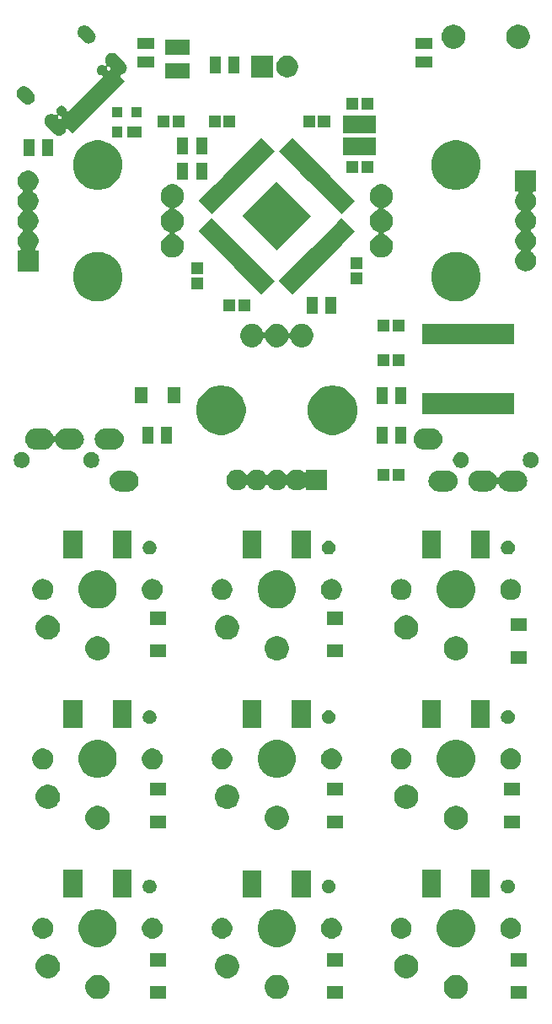
<source format=gbs>
G04 #@! TF.GenerationSoftware,KiCad,Pcbnew,5.0.2-bee76a0~70~ubuntu18.04.1*
G04 #@! TF.CreationDate,2019-12-18T01:53:03+09:00*
G04 #@! TF.ProjectId,ts9,7473392e-6b69-4636-9164-5f7063625858,rev?*
G04 #@! TF.SameCoordinates,Original*
G04 #@! TF.FileFunction,Soldermask,Bot*
G04 #@! TF.FilePolarity,Negative*
%FSLAX46Y46*%
G04 Gerber Fmt 4.6, Leading zero omitted, Abs format (unit mm)*
G04 Created by KiCad (PCBNEW 5.0.2-bee76a0~70~ubuntu18.04.1) date 2019年12月18日 01時53分03秒*
%MOMM*%
%LPD*%
G01*
G04 APERTURE LIST*
%ADD10C,0.100000*%
G04 APERTURE END LIST*
D10*
G36*
X73429692Y-142155729D02*
X73650993Y-142247395D01*
X73850158Y-142380473D01*
X74019527Y-142549842D01*
X74152605Y-142749007D01*
X74244271Y-142970308D01*
X74291000Y-143205233D01*
X74291000Y-143444767D01*
X74244271Y-143679692D01*
X74152605Y-143900993D01*
X74019527Y-144100158D01*
X73850158Y-144269527D01*
X73650993Y-144402605D01*
X73429692Y-144494271D01*
X73194767Y-144541000D01*
X72955233Y-144541000D01*
X72720308Y-144494271D01*
X72499007Y-144402605D01*
X72299842Y-144269527D01*
X72130473Y-144100158D01*
X71997395Y-143900993D01*
X71905729Y-143679692D01*
X71859000Y-143444767D01*
X71859000Y-143205233D01*
X71905729Y-142970308D01*
X71997395Y-142749007D01*
X72130473Y-142549842D01*
X72299842Y-142380473D01*
X72499007Y-142247395D01*
X72720308Y-142155729D01*
X72955233Y-142109000D01*
X73194767Y-142109000D01*
X73429692Y-142155729D01*
X73429692Y-142155729D01*
G37*
G36*
X37429692Y-142155729D02*
X37650993Y-142247395D01*
X37850158Y-142380473D01*
X38019527Y-142549842D01*
X38152605Y-142749007D01*
X38244271Y-142970308D01*
X38291000Y-143205233D01*
X38291000Y-143444767D01*
X38244271Y-143679692D01*
X38152605Y-143900993D01*
X38019527Y-144100158D01*
X37850158Y-144269527D01*
X37650993Y-144402605D01*
X37429692Y-144494271D01*
X37194767Y-144541000D01*
X36955233Y-144541000D01*
X36720308Y-144494271D01*
X36499007Y-144402605D01*
X36299842Y-144269527D01*
X36130473Y-144100158D01*
X35997395Y-143900993D01*
X35905729Y-143679692D01*
X35859000Y-143444767D01*
X35859000Y-143205233D01*
X35905729Y-142970308D01*
X35997395Y-142749007D01*
X36130473Y-142549842D01*
X36299842Y-142380473D01*
X36499007Y-142247395D01*
X36720308Y-142155729D01*
X36955233Y-142109000D01*
X37194767Y-142109000D01*
X37429692Y-142155729D01*
X37429692Y-142155729D01*
G37*
G36*
X55429692Y-142155729D02*
X55650993Y-142247395D01*
X55850158Y-142380473D01*
X56019527Y-142549842D01*
X56152605Y-142749007D01*
X56244271Y-142970308D01*
X56291000Y-143205233D01*
X56291000Y-143444767D01*
X56244271Y-143679692D01*
X56152605Y-143900993D01*
X56019527Y-144100158D01*
X55850158Y-144269527D01*
X55650993Y-144402605D01*
X55429692Y-144494271D01*
X55194767Y-144541000D01*
X54955233Y-144541000D01*
X54720308Y-144494271D01*
X54499007Y-144402605D01*
X54299842Y-144269527D01*
X54130473Y-144100158D01*
X53997395Y-143900993D01*
X53905729Y-143679692D01*
X53859000Y-143444767D01*
X53859000Y-143205233D01*
X53905729Y-142970308D01*
X53997395Y-142749007D01*
X54130473Y-142549842D01*
X54299842Y-142380473D01*
X54499007Y-142247395D01*
X54720308Y-142155729D01*
X54955233Y-142109000D01*
X55194767Y-142109000D01*
X55429692Y-142155729D01*
X55429692Y-142155729D01*
G37*
G36*
X43980000Y-144540000D02*
X42380000Y-144540000D01*
X42380000Y-143240000D01*
X43980000Y-143240000D01*
X43980000Y-144540000D01*
X43980000Y-144540000D01*
G37*
G36*
X61760000Y-144540000D02*
X60160000Y-144540000D01*
X60160000Y-143240000D01*
X61760000Y-143240000D01*
X61760000Y-144540000D01*
X61760000Y-144540000D01*
G37*
G36*
X80175000Y-144540000D02*
X78575000Y-144540000D01*
X78575000Y-143240000D01*
X80175000Y-143240000D01*
X80175000Y-144540000D01*
X80175000Y-144540000D01*
G37*
G36*
X68429692Y-140055729D02*
X68650993Y-140147395D01*
X68850158Y-140280473D01*
X69019527Y-140449842D01*
X69152605Y-140649007D01*
X69244271Y-140870308D01*
X69291000Y-141105233D01*
X69291000Y-141344767D01*
X69244271Y-141579692D01*
X69152605Y-141800993D01*
X69019527Y-142000158D01*
X68850158Y-142169527D01*
X68650993Y-142302605D01*
X68429692Y-142394271D01*
X68194767Y-142441000D01*
X67955233Y-142441000D01*
X67720308Y-142394271D01*
X67499007Y-142302605D01*
X67299842Y-142169527D01*
X67130473Y-142000158D01*
X66997395Y-141800993D01*
X66905729Y-141579692D01*
X66859000Y-141344767D01*
X66859000Y-141105233D01*
X66905729Y-140870308D01*
X66997395Y-140649007D01*
X67130473Y-140449842D01*
X67299842Y-140280473D01*
X67499007Y-140147395D01*
X67720308Y-140055729D01*
X67955233Y-140009000D01*
X68194767Y-140009000D01*
X68429692Y-140055729D01*
X68429692Y-140055729D01*
G37*
G36*
X32429692Y-140055729D02*
X32650993Y-140147395D01*
X32850158Y-140280473D01*
X33019527Y-140449842D01*
X33152605Y-140649007D01*
X33244271Y-140870308D01*
X33291000Y-141105233D01*
X33291000Y-141344767D01*
X33244271Y-141579692D01*
X33152605Y-141800993D01*
X33019527Y-142000158D01*
X32850158Y-142169527D01*
X32650993Y-142302605D01*
X32429692Y-142394271D01*
X32194767Y-142441000D01*
X31955233Y-142441000D01*
X31720308Y-142394271D01*
X31499007Y-142302605D01*
X31299842Y-142169527D01*
X31130473Y-142000158D01*
X30997395Y-141800993D01*
X30905729Y-141579692D01*
X30859000Y-141344767D01*
X30859000Y-141105233D01*
X30905729Y-140870308D01*
X30997395Y-140649007D01*
X31130473Y-140449842D01*
X31299842Y-140280473D01*
X31499007Y-140147395D01*
X31720308Y-140055729D01*
X31955233Y-140009000D01*
X32194767Y-140009000D01*
X32429692Y-140055729D01*
X32429692Y-140055729D01*
G37*
G36*
X50429692Y-140055729D02*
X50650993Y-140147395D01*
X50850158Y-140280473D01*
X51019527Y-140449842D01*
X51152605Y-140649007D01*
X51244271Y-140870308D01*
X51291000Y-141105233D01*
X51291000Y-141344767D01*
X51244271Y-141579692D01*
X51152605Y-141800993D01*
X51019527Y-142000158D01*
X50850158Y-142169527D01*
X50650993Y-142302605D01*
X50429692Y-142394271D01*
X50194767Y-142441000D01*
X49955233Y-142441000D01*
X49720308Y-142394271D01*
X49499007Y-142302605D01*
X49299842Y-142169527D01*
X49130473Y-142000158D01*
X48997395Y-141800993D01*
X48905729Y-141579692D01*
X48859000Y-141344767D01*
X48859000Y-141105233D01*
X48905729Y-140870308D01*
X48997395Y-140649007D01*
X49130473Y-140449842D01*
X49299842Y-140280473D01*
X49499007Y-140147395D01*
X49720308Y-140055729D01*
X49955233Y-140009000D01*
X50194767Y-140009000D01*
X50429692Y-140055729D01*
X50429692Y-140055729D01*
G37*
G36*
X61760000Y-141240000D02*
X60160000Y-141240000D01*
X60160000Y-139940000D01*
X61760000Y-139940000D01*
X61760000Y-141240000D01*
X61760000Y-141240000D01*
G37*
G36*
X43980000Y-141240000D02*
X42380000Y-141240000D01*
X42380000Y-139940000D01*
X43980000Y-139940000D01*
X43980000Y-141240000D01*
X43980000Y-141240000D01*
G37*
G36*
X80175000Y-141240000D02*
X78575000Y-141240000D01*
X78575000Y-139940000D01*
X80175000Y-139940000D01*
X80175000Y-141240000D01*
X80175000Y-141240000D01*
G37*
G36*
X37633436Y-135584073D02*
X37633438Y-135584074D01*
X37633439Y-135584074D01*
X37981856Y-135728393D01*
X38295425Y-135937913D01*
X38562087Y-136204575D01*
X38771607Y-136518144D01*
X38915927Y-136866564D01*
X38989500Y-137236437D01*
X38989500Y-137613563D01*
X38915927Y-137983436D01*
X38771607Y-138331856D01*
X38562087Y-138645425D01*
X38295425Y-138912087D01*
X38295422Y-138912089D01*
X37981856Y-139121607D01*
X37633439Y-139265926D01*
X37633438Y-139265926D01*
X37633436Y-139265927D01*
X37263563Y-139339500D01*
X36886437Y-139339500D01*
X36516564Y-139265927D01*
X36516562Y-139265926D01*
X36516561Y-139265926D01*
X36168144Y-139121607D01*
X35854578Y-138912089D01*
X35854575Y-138912087D01*
X35587913Y-138645425D01*
X35378393Y-138331856D01*
X35234073Y-137983436D01*
X35160500Y-137613563D01*
X35160500Y-137236437D01*
X35234073Y-136866564D01*
X35378393Y-136518144D01*
X35587913Y-136204575D01*
X35854575Y-135937913D01*
X36168144Y-135728393D01*
X36516561Y-135584074D01*
X36516562Y-135584074D01*
X36516564Y-135584073D01*
X36886437Y-135510500D01*
X37263563Y-135510500D01*
X37633436Y-135584073D01*
X37633436Y-135584073D01*
G37*
G36*
X73633436Y-135584073D02*
X73633438Y-135584074D01*
X73633439Y-135584074D01*
X73981856Y-135728393D01*
X74295425Y-135937913D01*
X74562087Y-136204575D01*
X74771607Y-136518144D01*
X74915927Y-136866564D01*
X74989500Y-137236437D01*
X74989500Y-137613563D01*
X74915927Y-137983436D01*
X74771607Y-138331856D01*
X74562087Y-138645425D01*
X74295425Y-138912087D01*
X74295422Y-138912089D01*
X73981856Y-139121607D01*
X73633439Y-139265926D01*
X73633438Y-139265926D01*
X73633436Y-139265927D01*
X73263563Y-139339500D01*
X72886437Y-139339500D01*
X72516564Y-139265927D01*
X72516562Y-139265926D01*
X72516561Y-139265926D01*
X72168144Y-139121607D01*
X71854578Y-138912089D01*
X71854575Y-138912087D01*
X71587913Y-138645425D01*
X71378393Y-138331856D01*
X71234073Y-137983436D01*
X71160500Y-137613563D01*
X71160500Y-137236437D01*
X71234073Y-136866564D01*
X71378393Y-136518144D01*
X71587913Y-136204575D01*
X71854575Y-135937913D01*
X72168144Y-135728393D01*
X72516561Y-135584074D01*
X72516562Y-135584074D01*
X72516564Y-135584073D01*
X72886437Y-135510500D01*
X73263563Y-135510500D01*
X73633436Y-135584073D01*
X73633436Y-135584073D01*
G37*
G36*
X55633436Y-135584073D02*
X55633438Y-135584074D01*
X55633439Y-135584074D01*
X55981856Y-135728393D01*
X56295425Y-135937913D01*
X56562087Y-136204575D01*
X56771607Y-136518144D01*
X56915927Y-136866564D01*
X56989500Y-137236437D01*
X56989500Y-137613563D01*
X56915927Y-137983436D01*
X56771607Y-138331856D01*
X56562087Y-138645425D01*
X56295425Y-138912087D01*
X56295422Y-138912089D01*
X55981856Y-139121607D01*
X55633439Y-139265926D01*
X55633438Y-139265926D01*
X55633436Y-139265927D01*
X55263563Y-139339500D01*
X54886437Y-139339500D01*
X54516564Y-139265927D01*
X54516562Y-139265926D01*
X54516561Y-139265926D01*
X54168144Y-139121607D01*
X53854578Y-138912089D01*
X53854575Y-138912087D01*
X53587913Y-138645425D01*
X53378393Y-138331856D01*
X53234073Y-137983436D01*
X53160500Y-137613563D01*
X53160500Y-137236437D01*
X53234073Y-136866564D01*
X53378393Y-136518144D01*
X53587913Y-136204575D01*
X53854575Y-135937913D01*
X54168144Y-135728393D01*
X54516561Y-135584074D01*
X54516562Y-135584074D01*
X54516564Y-135584073D01*
X54886437Y-135510500D01*
X55263563Y-135510500D01*
X55633436Y-135584073D01*
X55633436Y-135584073D01*
G37*
G36*
X60780020Y-136394292D02*
X60881536Y-136414485D01*
X61072788Y-136493704D01*
X61243749Y-136607937D01*
X61244913Y-136608715D01*
X61391285Y-136755087D01*
X61391287Y-136755090D01*
X61506296Y-136927212D01*
X61585515Y-137118464D01*
X61625900Y-137321495D01*
X61625900Y-137528505D01*
X61585515Y-137731536D01*
X61506296Y-137922788D01*
X61465772Y-137983436D01*
X61391285Y-138094913D01*
X61244913Y-138241285D01*
X61244910Y-138241287D01*
X61072788Y-138356296D01*
X60881536Y-138435515D01*
X60780021Y-138455707D01*
X60678506Y-138475900D01*
X60471494Y-138475900D01*
X60369979Y-138455707D01*
X60268464Y-138435515D01*
X60077212Y-138356296D01*
X59905090Y-138241287D01*
X59905087Y-138241285D01*
X59758715Y-138094913D01*
X59684228Y-137983436D01*
X59643704Y-137922788D01*
X59564485Y-137731536D01*
X59524100Y-137528505D01*
X59524100Y-137321495D01*
X59564485Y-137118464D01*
X59643704Y-136927212D01*
X59758713Y-136755090D01*
X59758715Y-136755087D01*
X59905087Y-136608715D01*
X59906251Y-136607937D01*
X60077212Y-136493704D01*
X60268464Y-136414485D01*
X60369980Y-136394292D01*
X60471494Y-136374100D01*
X60678506Y-136374100D01*
X60780020Y-136394292D01*
X60780020Y-136394292D01*
G37*
G36*
X31780020Y-136394292D02*
X31881536Y-136414485D01*
X32072788Y-136493704D01*
X32243749Y-136607937D01*
X32244913Y-136608715D01*
X32391285Y-136755087D01*
X32391287Y-136755090D01*
X32506296Y-136927212D01*
X32585515Y-137118464D01*
X32625900Y-137321495D01*
X32625900Y-137528505D01*
X32585515Y-137731536D01*
X32506296Y-137922788D01*
X32465772Y-137983436D01*
X32391285Y-138094913D01*
X32244913Y-138241285D01*
X32244910Y-138241287D01*
X32072788Y-138356296D01*
X31881536Y-138435515D01*
X31780021Y-138455707D01*
X31678506Y-138475900D01*
X31471494Y-138475900D01*
X31369979Y-138455707D01*
X31268464Y-138435515D01*
X31077212Y-138356296D01*
X30905090Y-138241287D01*
X30905087Y-138241285D01*
X30758715Y-138094913D01*
X30684228Y-137983436D01*
X30643704Y-137922788D01*
X30564485Y-137731536D01*
X30524100Y-137528505D01*
X30524100Y-137321495D01*
X30564485Y-137118464D01*
X30643704Y-136927212D01*
X30758713Y-136755090D01*
X30758715Y-136755087D01*
X30905087Y-136608715D01*
X30906251Y-136607937D01*
X31077212Y-136493704D01*
X31268464Y-136414485D01*
X31369980Y-136394292D01*
X31471494Y-136374100D01*
X31678506Y-136374100D01*
X31780020Y-136394292D01*
X31780020Y-136394292D01*
G37*
G36*
X42780020Y-136394292D02*
X42881536Y-136414485D01*
X43072788Y-136493704D01*
X43243749Y-136607937D01*
X43244913Y-136608715D01*
X43391285Y-136755087D01*
X43391287Y-136755090D01*
X43506296Y-136927212D01*
X43585515Y-137118464D01*
X43625900Y-137321495D01*
X43625900Y-137528505D01*
X43585515Y-137731536D01*
X43506296Y-137922788D01*
X43465772Y-137983436D01*
X43391285Y-138094913D01*
X43244913Y-138241285D01*
X43244910Y-138241287D01*
X43072788Y-138356296D01*
X42881536Y-138435515D01*
X42780021Y-138455707D01*
X42678506Y-138475900D01*
X42471494Y-138475900D01*
X42369979Y-138455707D01*
X42268464Y-138435515D01*
X42077212Y-138356296D01*
X41905090Y-138241287D01*
X41905087Y-138241285D01*
X41758715Y-138094913D01*
X41684228Y-137983436D01*
X41643704Y-137922788D01*
X41564485Y-137731536D01*
X41524100Y-137528505D01*
X41524100Y-137321495D01*
X41564485Y-137118464D01*
X41643704Y-136927212D01*
X41758713Y-136755090D01*
X41758715Y-136755087D01*
X41905087Y-136608715D01*
X41906251Y-136607937D01*
X42077212Y-136493704D01*
X42268464Y-136414485D01*
X42369980Y-136394292D01*
X42471494Y-136374100D01*
X42678506Y-136374100D01*
X42780020Y-136394292D01*
X42780020Y-136394292D01*
G37*
G36*
X49780020Y-136394292D02*
X49881536Y-136414485D01*
X50072788Y-136493704D01*
X50243749Y-136607937D01*
X50244913Y-136608715D01*
X50391285Y-136755087D01*
X50391287Y-136755090D01*
X50506296Y-136927212D01*
X50585515Y-137118464D01*
X50625900Y-137321495D01*
X50625900Y-137528505D01*
X50585515Y-137731536D01*
X50506296Y-137922788D01*
X50465772Y-137983436D01*
X50391285Y-138094913D01*
X50244913Y-138241285D01*
X50244910Y-138241287D01*
X50072788Y-138356296D01*
X49881536Y-138435515D01*
X49780021Y-138455707D01*
X49678506Y-138475900D01*
X49471494Y-138475900D01*
X49369979Y-138455707D01*
X49268464Y-138435515D01*
X49077212Y-138356296D01*
X48905090Y-138241287D01*
X48905087Y-138241285D01*
X48758715Y-138094913D01*
X48684228Y-137983436D01*
X48643704Y-137922788D01*
X48564485Y-137731536D01*
X48524100Y-137528505D01*
X48524100Y-137321495D01*
X48564485Y-137118464D01*
X48643704Y-136927212D01*
X48758713Y-136755090D01*
X48758715Y-136755087D01*
X48905087Y-136608715D01*
X48906251Y-136607937D01*
X49077212Y-136493704D01*
X49268464Y-136414485D01*
X49369980Y-136394292D01*
X49471494Y-136374100D01*
X49678506Y-136374100D01*
X49780020Y-136394292D01*
X49780020Y-136394292D01*
G37*
G36*
X78780020Y-136394292D02*
X78881536Y-136414485D01*
X79072788Y-136493704D01*
X79243749Y-136607937D01*
X79244913Y-136608715D01*
X79391285Y-136755087D01*
X79391287Y-136755090D01*
X79506296Y-136927212D01*
X79585515Y-137118464D01*
X79625900Y-137321495D01*
X79625900Y-137528505D01*
X79585515Y-137731536D01*
X79506296Y-137922788D01*
X79465772Y-137983436D01*
X79391285Y-138094913D01*
X79244913Y-138241285D01*
X79244910Y-138241287D01*
X79072788Y-138356296D01*
X78881536Y-138435515D01*
X78780021Y-138455707D01*
X78678506Y-138475900D01*
X78471494Y-138475900D01*
X78369979Y-138455707D01*
X78268464Y-138435515D01*
X78077212Y-138356296D01*
X77905090Y-138241287D01*
X77905087Y-138241285D01*
X77758715Y-138094913D01*
X77684228Y-137983436D01*
X77643704Y-137922788D01*
X77564485Y-137731536D01*
X77524100Y-137528505D01*
X77524100Y-137321495D01*
X77564485Y-137118464D01*
X77643704Y-136927212D01*
X77758713Y-136755090D01*
X77758715Y-136755087D01*
X77905087Y-136608715D01*
X77906251Y-136607937D01*
X78077212Y-136493704D01*
X78268464Y-136414485D01*
X78369980Y-136394292D01*
X78471494Y-136374100D01*
X78678506Y-136374100D01*
X78780020Y-136394292D01*
X78780020Y-136394292D01*
G37*
G36*
X67780020Y-136394292D02*
X67881536Y-136414485D01*
X68072788Y-136493704D01*
X68243749Y-136607937D01*
X68244913Y-136608715D01*
X68391285Y-136755087D01*
X68391287Y-136755090D01*
X68506296Y-136927212D01*
X68585515Y-137118464D01*
X68625900Y-137321495D01*
X68625900Y-137528505D01*
X68585515Y-137731536D01*
X68506296Y-137922788D01*
X68465772Y-137983436D01*
X68391285Y-138094913D01*
X68244913Y-138241285D01*
X68244910Y-138241287D01*
X68072788Y-138356296D01*
X67881536Y-138435515D01*
X67780021Y-138455707D01*
X67678506Y-138475900D01*
X67471494Y-138475900D01*
X67369979Y-138455707D01*
X67268464Y-138435515D01*
X67077212Y-138356296D01*
X66905090Y-138241287D01*
X66905087Y-138241285D01*
X66758715Y-138094913D01*
X66684228Y-137983436D01*
X66643704Y-137922788D01*
X66564485Y-137731536D01*
X66524100Y-137528505D01*
X66524100Y-137321495D01*
X66564485Y-137118464D01*
X66643704Y-136927212D01*
X66758713Y-136755090D01*
X66758715Y-136755087D01*
X66905087Y-136608715D01*
X66906251Y-136607937D01*
X67077212Y-136493704D01*
X67268464Y-136414485D01*
X67369980Y-136394292D01*
X67471494Y-136374100D01*
X67678506Y-136374100D01*
X67780020Y-136394292D01*
X67780020Y-136394292D01*
G37*
G36*
X58501500Y-134338000D02*
X56601500Y-134338000D01*
X56601500Y-131588000D01*
X58501500Y-131588000D01*
X58501500Y-134338000D01*
X58501500Y-134338000D01*
G37*
G36*
X53548500Y-134338000D02*
X51648500Y-134338000D01*
X51648500Y-131588000D01*
X53548500Y-131588000D01*
X53548500Y-134338000D01*
X53548500Y-134338000D01*
G37*
G36*
X71548500Y-134300000D02*
X69648500Y-134300000D01*
X69648500Y-131550000D01*
X71548500Y-131550000D01*
X71548500Y-134300000D01*
X71548500Y-134300000D01*
G37*
G36*
X35548500Y-134300000D02*
X33648500Y-134300000D01*
X33648500Y-131550000D01*
X35548500Y-131550000D01*
X35548500Y-134300000D01*
X35548500Y-134300000D01*
G37*
G36*
X40501500Y-134300000D02*
X38601500Y-134300000D01*
X38601500Y-131550000D01*
X40501500Y-131550000D01*
X40501500Y-134300000D01*
X40501500Y-134300000D01*
G37*
G36*
X76501500Y-134300000D02*
X74601500Y-134300000D01*
X74601500Y-131550000D01*
X76501500Y-131550000D01*
X76501500Y-134300000D01*
X76501500Y-134300000D01*
G37*
G36*
X42408258Y-132538607D02*
X42497811Y-132556420D01*
X42624348Y-132608833D01*
X42624349Y-132608834D01*
X42738231Y-132684927D01*
X42835073Y-132781769D01*
X42835075Y-132781772D01*
X42911167Y-132895652D01*
X42963580Y-133022189D01*
X42990300Y-133156519D01*
X42990300Y-133293481D01*
X42963580Y-133427811D01*
X42911167Y-133554348D01*
X42911166Y-133554349D01*
X42835073Y-133668231D01*
X42738231Y-133765073D01*
X42738228Y-133765075D01*
X42624348Y-133841167D01*
X42497811Y-133893580D01*
X42408258Y-133911393D01*
X42363482Y-133920300D01*
X42226518Y-133920300D01*
X42181742Y-133911393D01*
X42092189Y-133893580D01*
X41965652Y-133841167D01*
X41851772Y-133765075D01*
X41851769Y-133765073D01*
X41754927Y-133668231D01*
X41678834Y-133554349D01*
X41678833Y-133554348D01*
X41626420Y-133427811D01*
X41599700Y-133293481D01*
X41599700Y-133156519D01*
X41626420Y-133022189D01*
X41678833Y-132895652D01*
X41754925Y-132781772D01*
X41754927Y-132781769D01*
X41851769Y-132684927D01*
X41965651Y-132608834D01*
X41965652Y-132608833D01*
X42092189Y-132556420D01*
X42181742Y-132538607D01*
X42226518Y-132529700D01*
X42363482Y-132529700D01*
X42408258Y-132538607D01*
X42408258Y-132538607D01*
G37*
G36*
X78408258Y-132538607D02*
X78497811Y-132556420D01*
X78624348Y-132608833D01*
X78624349Y-132608834D01*
X78738231Y-132684927D01*
X78835073Y-132781769D01*
X78835075Y-132781772D01*
X78911167Y-132895652D01*
X78963580Y-133022189D01*
X78990300Y-133156519D01*
X78990300Y-133293481D01*
X78963580Y-133427811D01*
X78911167Y-133554348D01*
X78911166Y-133554349D01*
X78835073Y-133668231D01*
X78738231Y-133765073D01*
X78738228Y-133765075D01*
X78624348Y-133841167D01*
X78497811Y-133893580D01*
X78408258Y-133911393D01*
X78363482Y-133920300D01*
X78226518Y-133920300D01*
X78181742Y-133911393D01*
X78092189Y-133893580D01*
X77965652Y-133841167D01*
X77851772Y-133765075D01*
X77851769Y-133765073D01*
X77754927Y-133668231D01*
X77678834Y-133554349D01*
X77678833Y-133554348D01*
X77626420Y-133427811D01*
X77599700Y-133293481D01*
X77599700Y-133156519D01*
X77626420Y-133022189D01*
X77678833Y-132895652D01*
X77754925Y-132781772D01*
X77754927Y-132781769D01*
X77851769Y-132684927D01*
X77965651Y-132608834D01*
X77965652Y-132608833D01*
X78092189Y-132556420D01*
X78181742Y-132538607D01*
X78226518Y-132529700D01*
X78363482Y-132529700D01*
X78408258Y-132538607D01*
X78408258Y-132538607D01*
G37*
G36*
X60408258Y-132538607D02*
X60497811Y-132556420D01*
X60624348Y-132608833D01*
X60624349Y-132608834D01*
X60738231Y-132684927D01*
X60835073Y-132781769D01*
X60835075Y-132781772D01*
X60911167Y-132895652D01*
X60963580Y-133022189D01*
X60990300Y-133156519D01*
X60990300Y-133293481D01*
X60963580Y-133427811D01*
X60911167Y-133554348D01*
X60911166Y-133554349D01*
X60835073Y-133668231D01*
X60738231Y-133765073D01*
X60738228Y-133765075D01*
X60624348Y-133841167D01*
X60497811Y-133893580D01*
X60408258Y-133911393D01*
X60363482Y-133920300D01*
X60226518Y-133920300D01*
X60181742Y-133911393D01*
X60092189Y-133893580D01*
X59965652Y-133841167D01*
X59851772Y-133765075D01*
X59851769Y-133765073D01*
X59754927Y-133668231D01*
X59678834Y-133554349D01*
X59678833Y-133554348D01*
X59626420Y-133427811D01*
X59599700Y-133293481D01*
X59599700Y-133156519D01*
X59626420Y-133022189D01*
X59678833Y-132895652D01*
X59754925Y-132781772D01*
X59754927Y-132781769D01*
X59851769Y-132684927D01*
X59965651Y-132608834D01*
X59965652Y-132608833D01*
X60092189Y-132556420D01*
X60181742Y-132538607D01*
X60226518Y-132529700D01*
X60363482Y-132529700D01*
X60408258Y-132538607D01*
X60408258Y-132538607D01*
G37*
G36*
X55429692Y-125155729D02*
X55650993Y-125247395D01*
X55850158Y-125380473D01*
X56019527Y-125549842D01*
X56152605Y-125749007D01*
X56244271Y-125970308D01*
X56291000Y-126205233D01*
X56291000Y-126444767D01*
X56244271Y-126679692D01*
X56152605Y-126900993D01*
X56019527Y-127100158D01*
X55850158Y-127269527D01*
X55650993Y-127402605D01*
X55429692Y-127494271D01*
X55194767Y-127541000D01*
X54955233Y-127541000D01*
X54720308Y-127494271D01*
X54499007Y-127402605D01*
X54299842Y-127269527D01*
X54130473Y-127100158D01*
X53997395Y-126900993D01*
X53905729Y-126679692D01*
X53859000Y-126444767D01*
X53859000Y-126205233D01*
X53905729Y-125970308D01*
X53997395Y-125749007D01*
X54130473Y-125549842D01*
X54299842Y-125380473D01*
X54499007Y-125247395D01*
X54720308Y-125155729D01*
X54955233Y-125109000D01*
X55194767Y-125109000D01*
X55429692Y-125155729D01*
X55429692Y-125155729D01*
G37*
G36*
X73429692Y-125155729D02*
X73650993Y-125247395D01*
X73850158Y-125380473D01*
X74019527Y-125549842D01*
X74152605Y-125749007D01*
X74244271Y-125970308D01*
X74291000Y-126205233D01*
X74291000Y-126444767D01*
X74244271Y-126679692D01*
X74152605Y-126900993D01*
X74019527Y-127100158D01*
X73850158Y-127269527D01*
X73650993Y-127402605D01*
X73429692Y-127494271D01*
X73194767Y-127541000D01*
X72955233Y-127541000D01*
X72720308Y-127494271D01*
X72499007Y-127402605D01*
X72299842Y-127269527D01*
X72130473Y-127100158D01*
X71997395Y-126900993D01*
X71905729Y-126679692D01*
X71859000Y-126444767D01*
X71859000Y-126205233D01*
X71905729Y-125970308D01*
X71997395Y-125749007D01*
X72130473Y-125549842D01*
X72299842Y-125380473D01*
X72499007Y-125247395D01*
X72720308Y-125155729D01*
X72955233Y-125109000D01*
X73194767Y-125109000D01*
X73429692Y-125155729D01*
X73429692Y-125155729D01*
G37*
G36*
X37429692Y-125155729D02*
X37650993Y-125247395D01*
X37850158Y-125380473D01*
X38019527Y-125549842D01*
X38152605Y-125749007D01*
X38244271Y-125970308D01*
X38291000Y-126205233D01*
X38291000Y-126444767D01*
X38244271Y-126679692D01*
X38152605Y-126900993D01*
X38019527Y-127100158D01*
X37850158Y-127269527D01*
X37650993Y-127402605D01*
X37429692Y-127494271D01*
X37194767Y-127541000D01*
X36955233Y-127541000D01*
X36720308Y-127494271D01*
X36499007Y-127402605D01*
X36299842Y-127269527D01*
X36130473Y-127100158D01*
X35997395Y-126900993D01*
X35905729Y-126679692D01*
X35859000Y-126444767D01*
X35859000Y-126205233D01*
X35905729Y-125970308D01*
X35997395Y-125749007D01*
X36130473Y-125549842D01*
X36299842Y-125380473D01*
X36499007Y-125247395D01*
X36720308Y-125155729D01*
X36955233Y-125109000D01*
X37194767Y-125109000D01*
X37429692Y-125155729D01*
X37429692Y-125155729D01*
G37*
G36*
X61760000Y-127395000D02*
X60160000Y-127395000D01*
X60160000Y-126095000D01*
X61760000Y-126095000D01*
X61760000Y-127395000D01*
X61760000Y-127395000D01*
G37*
G36*
X43980000Y-127395000D02*
X42380000Y-127395000D01*
X42380000Y-126095000D01*
X43980000Y-126095000D01*
X43980000Y-127395000D01*
X43980000Y-127395000D01*
G37*
G36*
X79540000Y-127395000D02*
X77940000Y-127395000D01*
X77940000Y-126095000D01*
X79540000Y-126095000D01*
X79540000Y-127395000D01*
X79540000Y-127395000D01*
G37*
G36*
X68429692Y-123055729D02*
X68650993Y-123147395D01*
X68850158Y-123280473D01*
X69019527Y-123449842D01*
X69152605Y-123649007D01*
X69244271Y-123870308D01*
X69291000Y-124105233D01*
X69291000Y-124344767D01*
X69244271Y-124579692D01*
X69152605Y-124800993D01*
X69019527Y-125000158D01*
X68850158Y-125169527D01*
X68650993Y-125302605D01*
X68429692Y-125394271D01*
X68194767Y-125441000D01*
X67955233Y-125441000D01*
X67720308Y-125394271D01*
X67499007Y-125302605D01*
X67299842Y-125169527D01*
X67130473Y-125000158D01*
X66997395Y-124800993D01*
X66905729Y-124579692D01*
X66859000Y-124344767D01*
X66859000Y-124105233D01*
X66905729Y-123870308D01*
X66997395Y-123649007D01*
X67130473Y-123449842D01*
X67299842Y-123280473D01*
X67499007Y-123147395D01*
X67720308Y-123055729D01*
X67955233Y-123009000D01*
X68194767Y-123009000D01*
X68429692Y-123055729D01*
X68429692Y-123055729D01*
G37*
G36*
X50429692Y-123055729D02*
X50650993Y-123147395D01*
X50850158Y-123280473D01*
X51019527Y-123449842D01*
X51152605Y-123649007D01*
X51244271Y-123870308D01*
X51291000Y-124105233D01*
X51291000Y-124344767D01*
X51244271Y-124579692D01*
X51152605Y-124800993D01*
X51019527Y-125000158D01*
X50850158Y-125169527D01*
X50650993Y-125302605D01*
X50429692Y-125394271D01*
X50194767Y-125441000D01*
X49955233Y-125441000D01*
X49720308Y-125394271D01*
X49499007Y-125302605D01*
X49299842Y-125169527D01*
X49130473Y-125000158D01*
X48997395Y-124800993D01*
X48905729Y-124579692D01*
X48859000Y-124344767D01*
X48859000Y-124105233D01*
X48905729Y-123870308D01*
X48997395Y-123649007D01*
X49130473Y-123449842D01*
X49299842Y-123280473D01*
X49499007Y-123147395D01*
X49720308Y-123055729D01*
X49955233Y-123009000D01*
X50194767Y-123009000D01*
X50429692Y-123055729D01*
X50429692Y-123055729D01*
G37*
G36*
X32429692Y-123055729D02*
X32650993Y-123147395D01*
X32850158Y-123280473D01*
X33019527Y-123449842D01*
X33152605Y-123649007D01*
X33244271Y-123870308D01*
X33291000Y-124105233D01*
X33291000Y-124344767D01*
X33244271Y-124579692D01*
X33152605Y-124800993D01*
X33019527Y-125000158D01*
X32850158Y-125169527D01*
X32650993Y-125302605D01*
X32429692Y-125394271D01*
X32194767Y-125441000D01*
X31955233Y-125441000D01*
X31720308Y-125394271D01*
X31499007Y-125302605D01*
X31299842Y-125169527D01*
X31130473Y-125000158D01*
X30997395Y-124800993D01*
X30905729Y-124579692D01*
X30859000Y-124344767D01*
X30859000Y-124105233D01*
X30905729Y-123870308D01*
X30997395Y-123649007D01*
X31130473Y-123449842D01*
X31299842Y-123280473D01*
X31499007Y-123147395D01*
X31720308Y-123055729D01*
X31955233Y-123009000D01*
X32194767Y-123009000D01*
X32429692Y-123055729D01*
X32429692Y-123055729D01*
G37*
G36*
X79540000Y-124095000D02*
X77940000Y-124095000D01*
X77940000Y-122795000D01*
X79540000Y-122795000D01*
X79540000Y-124095000D01*
X79540000Y-124095000D01*
G37*
G36*
X61760000Y-124095000D02*
X60160000Y-124095000D01*
X60160000Y-122795000D01*
X61760000Y-122795000D01*
X61760000Y-124095000D01*
X61760000Y-124095000D01*
G37*
G36*
X43980000Y-124095000D02*
X42380000Y-124095000D01*
X42380000Y-122795000D01*
X43980000Y-122795000D01*
X43980000Y-124095000D01*
X43980000Y-124095000D01*
G37*
G36*
X55633436Y-118584073D02*
X55633438Y-118584074D01*
X55633439Y-118584074D01*
X55981856Y-118728393D01*
X56295425Y-118937913D01*
X56562087Y-119204575D01*
X56771607Y-119518144D01*
X56915927Y-119866564D01*
X56989500Y-120236437D01*
X56989500Y-120613563D01*
X56915927Y-120983436D01*
X56771607Y-121331856D01*
X56562087Y-121645425D01*
X56295425Y-121912087D01*
X56295422Y-121912089D01*
X55981856Y-122121607D01*
X55633439Y-122265926D01*
X55633438Y-122265926D01*
X55633436Y-122265927D01*
X55263563Y-122339500D01*
X54886437Y-122339500D01*
X54516564Y-122265927D01*
X54516562Y-122265926D01*
X54516561Y-122265926D01*
X54168144Y-122121607D01*
X53854578Y-121912089D01*
X53854575Y-121912087D01*
X53587913Y-121645425D01*
X53378393Y-121331856D01*
X53234073Y-120983436D01*
X53160500Y-120613563D01*
X53160500Y-120236437D01*
X53234073Y-119866564D01*
X53378393Y-119518144D01*
X53587913Y-119204575D01*
X53854575Y-118937913D01*
X54168144Y-118728393D01*
X54516561Y-118584074D01*
X54516562Y-118584074D01*
X54516564Y-118584073D01*
X54886437Y-118510500D01*
X55263563Y-118510500D01*
X55633436Y-118584073D01*
X55633436Y-118584073D01*
G37*
G36*
X37633436Y-118584073D02*
X37633438Y-118584074D01*
X37633439Y-118584074D01*
X37981856Y-118728393D01*
X38295425Y-118937913D01*
X38562087Y-119204575D01*
X38771607Y-119518144D01*
X38915927Y-119866564D01*
X38989500Y-120236437D01*
X38989500Y-120613563D01*
X38915927Y-120983436D01*
X38771607Y-121331856D01*
X38562087Y-121645425D01*
X38295425Y-121912087D01*
X38295422Y-121912089D01*
X37981856Y-122121607D01*
X37633439Y-122265926D01*
X37633438Y-122265926D01*
X37633436Y-122265927D01*
X37263563Y-122339500D01*
X36886437Y-122339500D01*
X36516564Y-122265927D01*
X36516562Y-122265926D01*
X36516561Y-122265926D01*
X36168144Y-122121607D01*
X35854578Y-121912089D01*
X35854575Y-121912087D01*
X35587913Y-121645425D01*
X35378393Y-121331856D01*
X35234073Y-120983436D01*
X35160500Y-120613563D01*
X35160500Y-120236437D01*
X35234073Y-119866564D01*
X35378393Y-119518144D01*
X35587913Y-119204575D01*
X35854575Y-118937913D01*
X36168144Y-118728393D01*
X36516561Y-118584074D01*
X36516562Y-118584074D01*
X36516564Y-118584073D01*
X36886437Y-118510500D01*
X37263563Y-118510500D01*
X37633436Y-118584073D01*
X37633436Y-118584073D01*
G37*
G36*
X73633436Y-118584073D02*
X73633438Y-118584074D01*
X73633439Y-118584074D01*
X73981856Y-118728393D01*
X74295425Y-118937913D01*
X74562087Y-119204575D01*
X74771607Y-119518144D01*
X74915927Y-119866564D01*
X74989500Y-120236437D01*
X74989500Y-120613563D01*
X74915927Y-120983436D01*
X74771607Y-121331856D01*
X74562087Y-121645425D01*
X74295425Y-121912087D01*
X74295422Y-121912089D01*
X73981856Y-122121607D01*
X73633439Y-122265926D01*
X73633438Y-122265926D01*
X73633436Y-122265927D01*
X73263563Y-122339500D01*
X72886437Y-122339500D01*
X72516564Y-122265927D01*
X72516562Y-122265926D01*
X72516561Y-122265926D01*
X72168144Y-122121607D01*
X71854578Y-121912089D01*
X71854575Y-121912087D01*
X71587913Y-121645425D01*
X71378393Y-121331856D01*
X71234073Y-120983436D01*
X71160500Y-120613563D01*
X71160500Y-120236437D01*
X71234073Y-119866564D01*
X71378393Y-119518144D01*
X71587913Y-119204575D01*
X71854575Y-118937913D01*
X72168144Y-118728393D01*
X72516561Y-118584074D01*
X72516562Y-118584074D01*
X72516564Y-118584073D01*
X72886437Y-118510500D01*
X73263563Y-118510500D01*
X73633436Y-118584073D01*
X73633436Y-118584073D01*
G37*
G36*
X42780021Y-119394293D02*
X42881536Y-119414485D01*
X43072788Y-119493704D01*
X43243749Y-119607937D01*
X43244913Y-119608715D01*
X43391285Y-119755087D01*
X43391287Y-119755090D01*
X43506296Y-119927212D01*
X43585515Y-120118464D01*
X43625900Y-120321495D01*
X43625900Y-120528505D01*
X43585515Y-120731536D01*
X43506296Y-120922788D01*
X43465772Y-120983436D01*
X43391285Y-121094913D01*
X43244913Y-121241285D01*
X43244910Y-121241287D01*
X43072788Y-121356296D01*
X42881536Y-121435515D01*
X42780020Y-121455708D01*
X42678506Y-121475900D01*
X42471494Y-121475900D01*
X42369980Y-121455708D01*
X42268464Y-121435515D01*
X42077212Y-121356296D01*
X41905090Y-121241287D01*
X41905087Y-121241285D01*
X41758715Y-121094913D01*
X41684228Y-120983436D01*
X41643704Y-120922788D01*
X41564485Y-120731536D01*
X41524100Y-120528505D01*
X41524100Y-120321495D01*
X41564485Y-120118464D01*
X41643704Y-119927212D01*
X41758713Y-119755090D01*
X41758715Y-119755087D01*
X41905087Y-119608715D01*
X41906251Y-119607937D01*
X42077212Y-119493704D01*
X42268464Y-119414485D01*
X42369979Y-119394293D01*
X42471494Y-119374100D01*
X42678506Y-119374100D01*
X42780021Y-119394293D01*
X42780021Y-119394293D01*
G37*
G36*
X67780021Y-119394293D02*
X67881536Y-119414485D01*
X68072788Y-119493704D01*
X68243749Y-119607937D01*
X68244913Y-119608715D01*
X68391285Y-119755087D01*
X68391287Y-119755090D01*
X68506296Y-119927212D01*
X68585515Y-120118464D01*
X68625900Y-120321495D01*
X68625900Y-120528505D01*
X68585515Y-120731536D01*
X68506296Y-120922788D01*
X68465772Y-120983436D01*
X68391285Y-121094913D01*
X68244913Y-121241285D01*
X68244910Y-121241287D01*
X68072788Y-121356296D01*
X67881536Y-121435515D01*
X67780020Y-121455708D01*
X67678506Y-121475900D01*
X67471494Y-121475900D01*
X67369980Y-121455708D01*
X67268464Y-121435515D01*
X67077212Y-121356296D01*
X66905090Y-121241287D01*
X66905087Y-121241285D01*
X66758715Y-121094913D01*
X66684228Y-120983436D01*
X66643704Y-120922788D01*
X66564485Y-120731536D01*
X66524100Y-120528505D01*
X66524100Y-120321495D01*
X66564485Y-120118464D01*
X66643704Y-119927212D01*
X66758713Y-119755090D01*
X66758715Y-119755087D01*
X66905087Y-119608715D01*
X66906251Y-119607937D01*
X67077212Y-119493704D01*
X67268464Y-119414485D01*
X67369979Y-119394293D01*
X67471494Y-119374100D01*
X67678506Y-119374100D01*
X67780021Y-119394293D01*
X67780021Y-119394293D01*
G37*
G36*
X31780021Y-119394293D02*
X31881536Y-119414485D01*
X32072788Y-119493704D01*
X32243749Y-119607937D01*
X32244913Y-119608715D01*
X32391285Y-119755087D01*
X32391287Y-119755090D01*
X32506296Y-119927212D01*
X32585515Y-120118464D01*
X32625900Y-120321495D01*
X32625900Y-120528505D01*
X32585515Y-120731536D01*
X32506296Y-120922788D01*
X32465772Y-120983436D01*
X32391285Y-121094913D01*
X32244913Y-121241285D01*
X32244910Y-121241287D01*
X32072788Y-121356296D01*
X31881536Y-121435515D01*
X31780020Y-121455708D01*
X31678506Y-121475900D01*
X31471494Y-121475900D01*
X31369980Y-121455708D01*
X31268464Y-121435515D01*
X31077212Y-121356296D01*
X30905090Y-121241287D01*
X30905087Y-121241285D01*
X30758715Y-121094913D01*
X30684228Y-120983436D01*
X30643704Y-120922788D01*
X30564485Y-120731536D01*
X30524100Y-120528505D01*
X30524100Y-120321495D01*
X30564485Y-120118464D01*
X30643704Y-119927212D01*
X30758713Y-119755090D01*
X30758715Y-119755087D01*
X30905087Y-119608715D01*
X30906251Y-119607937D01*
X31077212Y-119493704D01*
X31268464Y-119414485D01*
X31369979Y-119394293D01*
X31471494Y-119374100D01*
X31678506Y-119374100D01*
X31780021Y-119394293D01*
X31780021Y-119394293D01*
G37*
G36*
X60780021Y-119394293D02*
X60881536Y-119414485D01*
X61072788Y-119493704D01*
X61243749Y-119607937D01*
X61244913Y-119608715D01*
X61391285Y-119755087D01*
X61391287Y-119755090D01*
X61506296Y-119927212D01*
X61585515Y-120118464D01*
X61625900Y-120321495D01*
X61625900Y-120528505D01*
X61585515Y-120731536D01*
X61506296Y-120922788D01*
X61465772Y-120983436D01*
X61391285Y-121094913D01*
X61244913Y-121241285D01*
X61244910Y-121241287D01*
X61072788Y-121356296D01*
X60881536Y-121435515D01*
X60780020Y-121455708D01*
X60678506Y-121475900D01*
X60471494Y-121475900D01*
X60369980Y-121455708D01*
X60268464Y-121435515D01*
X60077212Y-121356296D01*
X59905090Y-121241287D01*
X59905087Y-121241285D01*
X59758715Y-121094913D01*
X59684228Y-120983436D01*
X59643704Y-120922788D01*
X59564485Y-120731536D01*
X59524100Y-120528505D01*
X59524100Y-120321495D01*
X59564485Y-120118464D01*
X59643704Y-119927212D01*
X59758713Y-119755090D01*
X59758715Y-119755087D01*
X59905087Y-119608715D01*
X59906251Y-119607937D01*
X60077212Y-119493704D01*
X60268464Y-119414485D01*
X60369979Y-119394293D01*
X60471494Y-119374100D01*
X60678506Y-119374100D01*
X60780021Y-119394293D01*
X60780021Y-119394293D01*
G37*
G36*
X49780021Y-119394293D02*
X49881536Y-119414485D01*
X50072788Y-119493704D01*
X50243749Y-119607937D01*
X50244913Y-119608715D01*
X50391285Y-119755087D01*
X50391287Y-119755090D01*
X50506296Y-119927212D01*
X50585515Y-120118464D01*
X50625900Y-120321495D01*
X50625900Y-120528505D01*
X50585515Y-120731536D01*
X50506296Y-120922788D01*
X50465772Y-120983436D01*
X50391285Y-121094913D01*
X50244913Y-121241285D01*
X50244910Y-121241287D01*
X50072788Y-121356296D01*
X49881536Y-121435515D01*
X49780020Y-121455708D01*
X49678506Y-121475900D01*
X49471494Y-121475900D01*
X49369980Y-121455708D01*
X49268464Y-121435515D01*
X49077212Y-121356296D01*
X48905090Y-121241287D01*
X48905087Y-121241285D01*
X48758715Y-121094913D01*
X48684228Y-120983436D01*
X48643704Y-120922788D01*
X48564485Y-120731536D01*
X48524100Y-120528505D01*
X48524100Y-120321495D01*
X48564485Y-120118464D01*
X48643704Y-119927212D01*
X48758713Y-119755090D01*
X48758715Y-119755087D01*
X48905087Y-119608715D01*
X48906251Y-119607937D01*
X49077212Y-119493704D01*
X49268464Y-119414485D01*
X49369979Y-119394293D01*
X49471494Y-119374100D01*
X49678506Y-119374100D01*
X49780021Y-119394293D01*
X49780021Y-119394293D01*
G37*
G36*
X78780021Y-119394293D02*
X78881536Y-119414485D01*
X79072788Y-119493704D01*
X79243749Y-119607937D01*
X79244913Y-119608715D01*
X79391285Y-119755087D01*
X79391287Y-119755090D01*
X79506296Y-119927212D01*
X79585515Y-120118464D01*
X79625900Y-120321495D01*
X79625900Y-120528505D01*
X79585515Y-120731536D01*
X79506296Y-120922788D01*
X79465772Y-120983436D01*
X79391285Y-121094913D01*
X79244913Y-121241285D01*
X79244910Y-121241287D01*
X79072788Y-121356296D01*
X78881536Y-121435515D01*
X78780020Y-121455708D01*
X78678506Y-121475900D01*
X78471494Y-121475900D01*
X78369980Y-121455708D01*
X78268464Y-121435515D01*
X78077212Y-121356296D01*
X77905090Y-121241287D01*
X77905087Y-121241285D01*
X77758715Y-121094913D01*
X77684228Y-120983436D01*
X77643704Y-120922788D01*
X77564485Y-120731536D01*
X77524100Y-120528505D01*
X77524100Y-120321495D01*
X77564485Y-120118464D01*
X77643704Y-119927212D01*
X77758713Y-119755090D01*
X77758715Y-119755087D01*
X77905087Y-119608715D01*
X77906251Y-119607937D01*
X78077212Y-119493704D01*
X78268464Y-119414485D01*
X78369979Y-119394293D01*
X78471494Y-119374100D01*
X78678506Y-119374100D01*
X78780021Y-119394293D01*
X78780021Y-119394293D01*
G37*
G36*
X53548500Y-117300000D02*
X51648500Y-117300000D01*
X51648500Y-114550000D01*
X53548500Y-114550000D01*
X53548500Y-117300000D01*
X53548500Y-117300000D01*
G37*
G36*
X35548500Y-117300000D02*
X33648500Y-117300000D01*
X33648500Y-114550000D01*
X35548500Y-114550000D01*
X35548500Y-117300000D01*
X35548500Y-117300000D01*
G37*
G36*
X40501500Y-117300000D02*
X38601500Y-117300000D01*
X38601500Y-114550000D01*
X40501500Y-114550000D01*
X40501500Y-117300000D01*
X40501500Y-117300000D01*
G37*
G36*
X58501500Y-117300000D02*
X56601500Y-117300000D01*
X56601500Y-114550000D01*
X58501500Y-114550000D01*
X58501500Y-117300000D01*
X58501500Y-117300000D01*
G37*
G36*
X71548500Y-117300000D02*
X69648500Y-117300000D01*
X69648500Y-114550000D01*
X71548500Y-114550000D01*
X71548500Y-117300000D01*
X71548500Y-117300000D01*
G37*
G36*
X76501500Y-117300000D02*
X74601500Y-117300000D01*
X74601500Y-114550000D01*
X76501500Y-114550000D01*
X76501500Y-117300000D01*
X76501500Y-117300000D01*
G37*
G36*
X78408258Y-115538607D02*
X78497811Y-115556420D01*
X78624348Y-115608833D01*
X78624349Y-115608834D01*
X78738231Y-115684927D01*
X78835073Y-115781769D01*
X78835075Y-115781772D01*
X78911167Y-115895652D01*
X78963580Y-116022189D01*
X78990300Y-116156519D01*
X78990300Y-116293481D01*
X78963580Y-116427811D01*
X78911167Y-116554348D01*
X78911166Y-116554349D01*
X78835073Y-116668231D01*
X78738231Y-116765073D01*
X78738228Y-116765075D01*
X78624348Y-116841167D01*
X78497811Y-116893580D01*
X78408258Y-116911393D01*
X78363482Y-116920300D01*
X78226518Y-116920300D01*
X78181742Y-116911393D01*
X78092189Y-116893580D01*
X77965652Y-116841167D01*
X77851772Y-116765075D01*
X77851769Y-116765073D01*
X77754927Y-116668231D01*
X77678834Y-116554349D01*
X77678833Y-116554348D01*
X77626420Y-116427811D01*
X77599700Y-116293481D01*
X77599700Y-116156519D01*
X77626420Y-116022189D01*
X77678833Y-115895652D01*
X77754925Y-115781772D01*
X77754927Y-115781769D01*
X77851769Y-115684927D01*
X77965651Y-115608834D01*
X77965652Y-115608833D01*
X78092189Y-115556420D01*
X78181742Y-115538607D01*
X78226518Y-115529700D01*
X78363482Y-115529700D01*
X78408258Y-115538607D01*
X78408258Y-115538607D01*
G37*
G36*
X42408258Y-115538607D02*
X42497811Y-115556420D01*
X42624348Y-115608833D01*
X42624349Y-115608834D01*
X42738231Y-115684927D01*
X42835073Y-115781769D01*
X42835075Y-115781772D01*
X42911167Y-115895652D01*
X42963580Y-116022189D01*
X42990300Y-116156519D01*
X42990300Y-116293481D01*
X42963580Y-116427811D01*
X42911167Y-116554348D01*
X42911166Y-116554349D01*
X42835073Y-116668231D01*
X42738231Y-116765073D01*
X42738228Y-116765075D01*
X42624348Y-116841167D01*
X42497811Y-116893580D01*
X42408258Y-116911393D01*
X42363482Y-116920300D01*
X42226518Y-116920300D01*
X42181742Y-116911393D01*
X42092189Y-116893580D01*
X41965652Y-116841167D01*
X41851772Y-116765075D01*
X41851769Y-116765073D01*
X41754927Y-116668231D01*
X41678834Y-116554349D01*
X41678833Y-116554348D01*
X41626420Y-116427811D01*
X41599700Y-116293481D01*
X41599700Y-116156519D01*
X41626420Y-116022189D01*
X41678833Y-115895652D01*
X41754925Y-115781772D01*
X41754927Y-115781769D01*
X41851769Y-115684927D01*
X41965651Y-115608834D01*
X41965652Y-115608833D01*
X42092189Y-115556420D01*
X42181742Y-115538607D01*
X42226518Y-115529700D01*
X42363482Y-115529700D01*
X42408258Y-115538607D01*
X42408258Y-115538607D01*
G37*
G36*
X60408258Y-115538607D02*
X60497811Y-115556420D01*
X60624348Y-115608833D01*
X60624349Y-115608834D01*
X60738231Y-115684927D01*
X60835073Y-115781769D01*
X60835075Y-115781772D01*
X60911167Y-115895652D01*
X60963580Y-116022189D01*
X60990300Y-116156519D01*
X60990300Y-116293481D01*
X60963580Y-116427811D01*
X60911167Y-116554348D01*
X60911166Y-116554349D01*
X60835073Y-116668231D01*
X60738231Y-116765073D01*
X60738228Y-116765075D01*
X60624348Y-116841167D01*
X60497811Y-116893580D01*
X60408258Y-116911393D01*
X60363482Y-116920300D01*
X60226518Y-116920300D01*
X60181742Y-116911393D01*
X60092189Y-116893580D01*
X59965652Y-116841167D01*
X59851772Y-116765075D01*
X59851769Y-116765073D01*
X59754927Y-116668231D01*
X59678834Y-116554349D01*
X59678833Y-116554348D01*
X59626420Y-116427811D01*
X59599700Y-116293481D01*
X59599700Y-116156519D01*
X59626420Y-116022189D01*
X59678833Y-115895652D01*
X59754925Y-115781772D01*
X59754927Y-115781769D01*
X59851769Y-115684927D01*
X59965651Y-115608834D01*
X59965652Y-115608833D01*
X60092189Y-115556420D01*
X60181742Y-115538607D01*
X60226518Y-115529700D01*
X60363482Y-115529700D01*
X60408258Y-115538607D01*
X60408258Y-115538607D01*
G37*
G36*
X80175000Y-110885000D02*
X78575000Y-110885000D01*
X78575000Y-109585000D01*
X80175000Y-109585000D01*
X80175000Y-110885000D01*
X80175000Y-110885000D01*
G37*
G36*
X37429692Y-108155729D02*
X37650993Y-108247395D01*
X37850158Y-108380473D01*
X38019527Y-108549842D01*
X38152605Y-108749007D01*
X38244271Y-108970308D01*
X38291000Y-109205233D01*
X38291000Y-109444767D01*
X38244271Y-109679692D01*
X38152605Y-109900993D01*
X38019527Y-110100158D01*
X37850158Y-110269527D01*
X37650993Y-110402605D01*
X37429692Y-110494271D01*
X37194767Y-110541000D01*
X36955233Y-110541000D01*
X36720308Y-110494271D01*
X36499007Y-110402605D01*
X36299842Y-110269527D01*
X36130473Y-110100158D01*
X35997395Y-109900993D01*
X35905729Y-109679692D01*
X35859000Y-109444767D01*
X35859000Y-109205233D01*
X35905729Y-108970308D01*
X35997395Y-108749007D01*
X36130473Y-108549842D01*
X36299842Y-108380473D01*
X36499007Y-108247395D01*
X36720308Y-108155729D01*
X36955233Y-108109000D01*
X37194767Y-108109000D01*
X37429692Y-108155729D01*
X37429692Y-108155729D01*
G37*
G36*
X55429692Y-108155729D02*
X55650993Y-108247395D01*
X55850158Y-108380473D01*
X56019527Y-108549842D01*
X56152605Y-108749007D01*
X56244271Y-108970308D01*
X56291000Y-109205233D01*
X56291000Y-109444767D01*
X56244271Y-109679692D01*
X56152605Y-109900993D01*
X56019527Y-110100158D01*
X55850158Y-110269527D01*
X55650993Y-110402605D01*
X55429692Y-110494271D01*
X55194767Y-110541000D01*
X54955233Y-110541000D01*
X54720308Y-110494271D01*
X54499007Y-110402605D01*
X54299842Y-110269527D01*
X54130473Y-110100158D01*
X53997395Y-109900993D01*
X53905729Y-109679692D01*
X53859000Y-109444767D01*
X53859000Y-109205233D01*
X53905729Y-108970308D01*
X53997395Y-108749007D01*
X54130473Y-108549842D01*
X54299842Y-108380473D01*
X54499007Y-108247395D01*
X54720308Y-108155729D01*
X54955233Y-108109000D01*
X55194767Y-108109000D01*
X55429692Y-108155729D01*
X55429692Y-108155729D01*
G37*
G36*
X73429692Y-108155729D02*
X73650993Y-108247395D01*
X73850158Y-108380473D01*
X74019527Y-108549842D01*
X74152605Y-108749007D01*
X74244271Y-108970308D01*
X74291000Y-109205233D01*
X74291000Y-109444767D01*
X74244271Y-109679692D01*
X74152605Y-109900993D01*
X74019527Y-110100158D01*
X73850158Y-110269527D01*
X73650993Y-110402605D01*
X73429692Y-110494271D01*
X73194767Y-110541000D01*
X72955233Y-110541000D01*
X72720308Y-110494271D01*
X72499007Y-110402605D01*
X72299842Y-110269527D01*
X72130473Y-110100158D01*
X71997395Y-109900993D01*
X71905729Y-109679692D01*
X71859000Y-109444767D01*
X71859000Y-109205233D01*
X71905729Y-108970308D01*
X71997395Y-108749007D01*
X72130473Y-108549842D01*
X72299842Y-108380473D01*
X72499007Y-108247395D01*
X72720308Y-108155729D01*
X72955233Y-108109000D01*
X73194767Y-108109000D01*
X73429692Y-108155729D01*
X73429692Y-108155729D01*
G37*
G36*
X61760000Y-110250000D02*
X60160000Y-110250000D01*
X60160000Y-108950000D01*
X61760000Y-108950000D01*
X61760000Y-110250000D01*
X61760000Y-110250000D01*
G37*
G36*
X43980000Y-110250000D02*
X42380000Y-110250000D01*
X42380000Y-108950000D01*
X43980000Y-108950000D01*
X43980000Y-110250000D01*
X43980000Y-110250000D01*
G37*
G36*
X32429692Y-106055729D02*
X32650993Y-106147395D01*
X32850158Y-106280473D01*
X33019527Y-106449842D01*
X33152605Y-106649007D01*
X33244271Y-106870308D01*
X33291000Y-107105233D01*
X33291000Y-107344767D01*
X33244271Y-107579692D01*
X33152605Y-107800993D01*
X33019527Y-108000158D01*
X32850158Y-108169527D01*
X32650993Y-108302605D01*
X32429692Y-108394271D01*
X32194767Y-108441000D01*
X31955233Y-108441000D01*
X31720308Y-108394271D01*
X31499007Y-108302605D01*
X31299842Y-108169527D01*
X31130473Y-108000158D01*
X30997395Y-107800993D01*
X30905729Y-107579692D01*
X30859000Y-107344767D01*
X30859000Y-107105233D01*
X30905729Y-106870308D01*
X30997395Y-106649007D01*
X31130473Y-106449842D01*
X31299842Y-106280473D01*
X31499007Y-106147395D01*
X31720308Y-106055729D01*
X31955233Y-106009000D01*
X32194767Y-106009000D01*
X32429692Y-106055729D01*
X32429692Y-106055729D01*
G37*
G36*
X68429692Y-106055729D02*
X68650993Y-106147395D01*
X68850158Y-106280473D01*
X69019527Y-106449842D01*
X69152605Y-106649007D01*
X69244271Y-106870308D01*
X69291000Y-107105233D01*
X69291000Y-107344767D01*
X69244271Y-107579692D01*
X69152605Y-107800993D01*
X69019527Y-108000158D01*
X68850158Y-108169527D01*
X68650993Y-108302605D01*
X68429692Y-108394271D01*
X68194767Y-108441000D01*
X67955233Y-108441000D01*
X67720308Y-108394271D01*
X67499007Y-108302605D01*
X67299842Y-108169527D01*
X67130473Y-108000158D01*
X66997395Y-107800993D01*
X66905729Y-107579692D01*
X66859000Y-107344767D01*
X66859000Y-107105233D01*
X66905729Y-106870308D01*
X66997395Y-106649007D01*
X67130473Y-106449842D01*
X67299842Y-106280473D01*
X67499007Y-106147395D01*
X67720308Y-106055729D01*
X67955233Y-106009000D01*
X68194767Y-106009000D01*
X68429692Y-106055729D01*
X68429692Y-106055729D01*
G37*
G36*
X50429692Y-106055729D02*
X50650993Y-106147395D01*
X50850158Y-106280473D01*
X51019527Y-106449842D01*
X51152605Y-106649007D01*
X51244271Y-106870308D01*
X51291000Y-107105233D01*
X51291000Y-107344767D01*
X51244271Y-107579692D01*
X51152605Y-107800993D01*
X51019527Y-108000158D01*
X50850158Y-108169527D01*
X50650993Y-108302605D01*
X50429692Y-108394271D01*
X50194767Y-108441000D01*
X49955233Y-108441000D01*
X49720308Y-108394271D01*
X49499007Y-108302605D01*
X49299842Y-108169527D01*
X49130473Y-108000158D01*
X48997395Y-107800993D01*
X48905729Y-107579692D01*
X48859000Y-107344767D01*
X48859000Y-107105233D01*
X48905729Y-106870308D01*
X48997395Y-106649007D01*
X49130473Y-106449842D01*
X49299842Y-106280473D01*
X49499007Y-106147395D01*
X49720308Y-106055729D01*
X49955233Y-106009000D01*
X50194767Y-106009000D01*
X50429692Y-106055729D01*
X50429692Y-106055729D01*
G37*
G36*
X80175000Y-107585000D02*
X78575000Y-107585000D01*
X78575000Y-106285000D01*
X80175000Y-106285000D01*
X80175000Y-107585000D01*
X80175000Y-107585000D01*
G37*
G36*
X61760000Y-106950000D02*
X60160000Y-106950000D01*
X60160000Y-105650000D01*
X61760000Y-105650000D01*
X61760000Y-106950000D01*
X61760000Y-106950000D01*
G37*
G36*
X43980000Y-106950000D02*
X42380000Y-106950000D01*
X42380000Y-105650000D01*
X43980000Y-105650000D01*
X43980000Y-106950000D01*
X43980000Y-106950000D01*
G37*
G36*
X55633436Y-101584073D02*
X55633438Y-101584074D01*
X55633439Y-101584074D01*
X55981856Y-101728393D01*
X56295425Y-101937913D01*
X56562087Y-102204575D01*
X56771607Y-102518144D01*
X56915927Y-102866564D01*
X56989500Y-103236437D01*
X56989500Y-103613563D01*
X56915927Y-103983436D01*
X56771607Y-104331856D01*
X56562087Y-104645425D01*
X56295425Y-104912087D01*
X56295422Y-104912089D01*
X55981856Y-105121607D01*
X55633439Y-105265926D01*
X55633438Y-105265926D01*
X55633436Y-105265927D01*
X55263563Y-105339500D01*
X54886437Y-105339500D01*
X54516564Y-105265927D01*
X54516562Y-105265926D01*
X54516561Y-105265926D01*
X54168144Y-105121607D01*
X53854578Y-104912089D01*
X53854575Y-104912087D01*
X53587913Y-104645425D01*
X53378393Y-104331856D01*
X53234073Y-103983436D01*
X53160500Y-103613563D01*
X53160500Y-103236437D01*
X53234073Y-102866564D01*
X53378393Y-102518144D01*
X53587913Y-102204575D01*
X53854575Y-101937913D01*
X54168144Y-101728393D01*
X54516561Y-101584074D01*
X54516562Y-101584074D01*
X54516564Y-101584073D01*
X54886437Y-101510500D01*
X55263563Y-101510500D01*
X55633436Y-101584073D01*
X55633436Y-101584073D01*
G37*
G36*
X73633436Y-101584073D02*
X73633438Y-101584074D01*
X73633439Y-101584074D01*
X73981856Y-101728393D01*
X74295425Y-101937913D01*
X74562087Y-102204575D01*
X74771607Y-102518144D01*
X74915927Y-102866564D01*
X74989500Y-103236437D01*
X74989500Y-103613563D01*
X74915927Y-103983436D01*
X74771607Y-104331856D01*
X74562087Y-104645425D01*
X74295425Y-104912087D01*
X74295422Y-104912089D01*
X73981856Y-105121607D01*
X73633439Y-105265926D01*
X73633438Y-105265926D01*
X73633436Y-105265927D01*
X73263563Y-105339500D01*
X72886437Y-105339500D01*
X72516564Y-105265927D01*
X72516562Y-105265926D01*
X72516561Y-105265926D01*
X72168144Y-105121607D01*
X71854578Y-104912089D01*
X71854575Y-104912087D01*
X71587913Y-104645425D01*
X71378393Y-104331856D01*
X71234073Y-103983436D01*
X71160500Y-103613563D01*
X71160500Y-103236437D01*
X71234073Y-102866564D01*
X71378393Y-102518144D01*
X71587913Y-102204575D01*
X71854575Y-101937913D01*
X72168144Y-101728393D01*
X72516561Y-101584074D01*
X72516562Y-101584074D01*
X72516564Y-101584073D01*
X72886437Y-101510500D01*
X73263563Y-101510500D01*
X73633436Y-101584073D01*
X73633436Y-101584073D01*
G37*
G36*
X37633436Y-101584073D02*
X37633438Y-101584074D01*
X37633439Y-101584074D01*
X37981856Y-101728393D01*
X38295425Y-101937913D01*
X38562087Y-102204575D01*
X38771607Y-102518144D01*
X38915927Y-102866564D01*
X38989500Y-103236437D01*
X38989500Y-103613563D01*
X38915927Y-103983436D01*
X38771607Y-104331856D01*
X38562087Y-104645425D01*
X38295425Y-104912087D01*
X38295422Y-104912089D01*
X37981856Y-105121607D01*
X37633439Y-105265926D01*
X37633438Y-105265926D01*
X37633436Y-105265927D01*
X37263563Y-105339500D01*
X36886437Y-105339500D01*
X36516564Y-105265927D01*
X36516562Y-105265926D01*
X36516561Y-105265926D01*
X36168144Y-105121607D01*
X35854578Y-104912089D01*
X35854575Y-104912087D01*
X35587913Y-104645425D01*
X35378393Y-104331856D01*
X35234073Y-103983436D01*
X35160500Y-103613563D01*
X35160500Y-103236437D01*
X35234073Y-102866564D01*
X35378393Y-102518144D01*
X35587913Y-102204575D01*
X35854575Y-101937913D01*
X36168144Y-101728393D01*
X36516561Y-101584074D01*
X36516562Y-101584074D01*
X36516564Y-101584073D01*
X36886437Y-101510500D01*
X37263563Y-101510500D01*
X37633436Y-101584073D01*
X37633436Y-101584073D01*
G37*
G36*
X42780021Y-102394293D02*
X42881536Y-102414485D01*
X43072788Y-102493704D01*
X43243749Y-102607937D01*
X43244913Y-102608715D01*
X43391285Y-102755087D01*
X43391287Y-102755090D01*
X43506296Y-102927212D01*
X43585515Y-103118464D01*
X43625900Y-103321495D01*
X43625900Y-103528505D01*
X43585515Y-103731536D01*
X43506296Y-103922788D01*
X43465772Y-103983436D01*
X43391285Y-104094913D01*
X43244913Y-104241285D01*
X43244910Y-104241287D01*
X43072788Y-104356296D01*
X42881536Y-104435515D01*
X42780021Y-104455707D01*
X42678506Y-104475900D01*
X42471494Y-104475900D01*
X42369979Y-104455707D01*
X42268464Y-104435515D01*
X42077212Y-104356296D01*
X41905090Y-104241287D01*
X41905087Y-104241285D01*
X41758715Y-104094913D01*
X41684228Y-103983436D01*
X41643704Y-103922788D01*
X41564485Y-103731536D01*
X41524100Y-103528505D01*
X41524100Y-103321495D01*
X41564485Y-103118464D01*
X41643704Y-102927212D01*
X41758713Y-102755090D01*
X41758715Y-102755087D01*
X41905087Y-102608715D01*
X41906251Y-102607937D01*
X42077212Y-102493704D01*
X42268464Y-102414485D01*
X42369979Y-102394293D01*
X42471494Y-102374100D01*
X42678506Y-102374100D01*
X42780021Y-102394293D01*
X42780021Y-102394293D01*
G37*
G36*
X31780021Y-102394293D02*
X31881536Y-102414485D01*
X32072788Y-102493704D01*
X32243749Y-102607937D01*
X32244913Y-102608715D01*
X32391285Y-102755087D01*
X32391287Y-102755090D01*
X32506296Y-102927212D01*
X32585515Y-103118464D01*
X32625900Y-103321495D01*
X32625900Y-103528505D01*
X32585515Y-103731536D01*
X32506296Y-103922788D01*
X32465772Y-103983436D01*
X32391285Y-104094913D01*
X32244913Y-104241285D01*
X32244910Y-104241287D01*
X32072788Y-104356296D01*
X31881536Y-104435515D01*
X31780021Y-104455707D01*
X31678506Y-104475900D01*
X31471494Y-104475900D01*
X31369979Y-104455707D01*
X31268464Y-104435515D01*
X31077212Y-104356296D01*
X30905090Y-104241287D01*
X30905087Y-104241285D01*
X30758715Y-104094913D01*
X30684228Y-103983436D01*
X30643704Y-103922788D01*
X30564485Y-103731536D01*
X30524100Y-103528505D01*
X30524100Y-103321495D01*
X30564485Y-103118464D01*
X30643704Y-102927212D01*
X30758713Y-102755090D01*
X30758715Y-102755087D01*
X30905087Y-102608715D01*
X30906251Y-102607937D01*
X31077212Y-102493704D01*
X31268464Y-102414485D01*
X31369979Y-102394293D01*
X31471494Y-102374100D01*
X31678506Y-102374100D01*
X31780021Y-102394293D01*
X31780021Y-102394293D01*
G37*
G36*
X67780021Y-102394293D02*
X67881536Y-102414485D01*
X68072788Y-102493704D01*
X68243749Y-102607937D01*
X68244913Y-102608715D01*
X68391285Y-102755087D01*
X68391287Y-102755090D01*
X68506296Y-102927212D01*
X68585515Y-103118464D01*
X68625900Y-103321495D01*
X68625900Y-103528505D01*
X68585515Y-103731536D01*
X68506296Y-103922788D01*
X68465772Y-103983436D01*
X68391285Y-104094913D01*
X68244913Y-104241285D01*
X68244910Y-104241287D01*
X68072788Y-104356296D01*
X67881536Y-104435515D01*
X67780021Y-104455707D01*
X67678506Y-104475900D01*
X67471494Y-104475900D01*
X67369979Y-104455707D01*
X67268464Y-104435515D01*
X67077212Y-104356296D01*
X66905090Y-104241287D01*
X66905087Y-104241285D01*
X66758715Y-104094913D01*
X66684228Y-103983436D01*
X66643704Y-103922788D01*
X66564485Y-103731536D01*
X66524100Y-103528505D01*
X66524100Y-103321495D01*
X66564485Y-103118464D01*
X66643704Y-102927212D01*
X66758713Y-102755090D01*
X66758715Y-102755087D01*
X66905087Y-102608715D01*
X66906251Y-102607937D01*
X67077212Y-102493704D01*
X67268464Y-102414485D01*
X67369979Y-102394293D01*
X67471494Y-102374100D01*
X67678506Y-102374100D01*
X67780021Y-102394293D01*
X67780021Y-102394293D01*
G37*
G36*
X78780021Y-102394293D02*
X78881536Y-102414485D01*
X79072788Y-102493704D01*
X79243749Y-102607937D01*
X79244913Y-102608715D01*
X79391285Y-102755087D01*
X79391287Y-102755090D01*
X79506296Y-102927212D01*
X79585515Y-103118464D01*
X79625900Y-103321495D01*
X79625900Y-103528505D01*
X79585515Y-103731536D01*
X79506296Y-103922788D01*
X79465772Y-103983436D01*
X79391285Y-104094913D01*
X79244913Y-104241285D01*
X79244910Y-104241287D01*
X79072788Y-104356296D01*
X78881536Y-104435515D01*
X78780021Y-104455707D01*
X78678506Y-104475900D01*
X78471494Y-104475900D01*
X78369979Y-104455707D01*
X78268464Y-104435515D01*
X78077212Y-104356296D01*
X77905090Y-104241287D01*
X77905087Y-104241285D01*
X77758715Y-104094913D01*
X77684228Y-103983436D01*
X77643704Y-103922788D01*
X77564485Y-103731536D01*
X77524100Y-103528505D01*
X77524100Y-103321495D01*
X77564485Y-103118464D01*
X77643704Y-102927212D01*
X77758713Y-102755090D01*
X77758715Y-102755087D01*
X77905087Y-102608715D01*
X77906251Y-102607937D01*
X78077212Y-102493704D01*
X78268464Y-102414485D01*
X78369979Y-102394293D01*
X78471494Y-102374100D01*
X78678506Y-102374100D01*
X78780021Y-102394293D01*
X78780021Y-102394293D01*
G37*
G36*
X49780021Y-102394293D02*
X49881536Y-102414485D01*
X50072788Y-102493704D01*
X50243749Y-102607937D01*
X50244913Y-102608715D01*
X50391285Y-102755087D01*
X50391287Y-102755090D01*
X50506296Y-102927212D01*
X50585515Y-103118464D01*
X50625900Y-103321495D01*
X50625900Y-103528505D01*
X50585515Y-103731536D01*
X50506296Y-103922788D01*
X50465772Y-103983436D01*
X50391285Y-104094913D01*
X50244913Y-104241285D01*
X50244910Y-104241287D01*
X50072788Y-104356296D01*
X49881536Y-104435515D01*
X49780021Y-104455707D01*
X49678506Y-104475900D01*
X49471494Y-104475900D01*
X49369979Y-104455707D01*
X49268464Y-104435515D01*
X49077212Y-104356296D01*
X48905090Y-104241287D01*
X48905087Y-104241285D01*
X48758715Y-104094913D01*
X48684228Y-103983436D01*
X48643704Y-103922788D01*
X48564485Y-103731536D01*
X48524100Y-103528505D01*
X48524100Y-103321495D01*
X48564485Y-103118464D01*
X48643704Y-102927212D01*
X48758713Y-102755090D01*
X48758715Y-102755087D01*
X48905087Y-102608715D01*
X48906251Y-102607937D01*
X49077212Y-102493704D01*
X49268464Y-102414485D01*
X49369979Y-102394293D01*
X49471494Y-102374100D01*
X49678506Y-102374100D01*
X49780021Y-102394293D01*
X49780021Y-102394293D01*
G37*
G36*
X60780021Y-102394293D02*
X60881536Y-102414485D01*
X61072788Y-102493704D01*
X61243749Y-102607937D01*
X61244913Y-102608715D01*
X61391285Y-102755087D01*
X61391287Y-102755090D01*
X61506296Y-102927212D01*
X61585515Y-103118464D01*
X61625900Y-103321495D01*
X61625900Y-103528505D01*
X61585515Y-103731536D01*
X61506296Y-103922788D01*
X61465772Y-103983436D01*
X61391285Y-104094913D01*
X61244913Y-104241285D01*
X61244910Y-104241287D01*
X61072788Y-104356296D01*
X60881536Y-104435515D01*
X60780021Y-104455707D01*
X60678506Y-104475900D01*
X60471494Y-104475900D01*
X60369979Y-104455707D01*
X60268464Y-104435515D01*
X60077212Y-104356296D01*
X59905090Y-104241287D01*
X59905087Y-104241285D01*
X59758715Y-104094913D01*
X59684228Y-103983436D01*
X59643704Y-103922788D01*
X59564485Y-103731536D01*
X59524100Y-103528505D01*
X59524100Y-103321495D01*
X59564485Y-103118464D01*
X59643704Y-102927212D01*
X59758713Y-102755090D01*
X59758715Y-102755087D01*
X59905087Y-102608715D01*
X59906251Y-102607937D01*
X60077212Y-102493704D01*
X60268464Y-102414485D01*
X60369979Y-102394293D01*
X60471494Y-102374100D01*
X60678506Y-102374100D01*
X60780021Y-102394293D01*
X60780021Y-102394293D01*
G37*
G36*
X53548500Y-100300000D02*
X51648500Y-100300000D01*
X51648500Y-97550000D01*
X53548500Y-97550000D01*
X53548500Y-100300000D01*
X53548500Y-100300000D01*
G37*
G36*
X35548500Y-100300000D02*
X33648500Y-100300000D01*
X33648500Y-97550000D01*
X35548500Y-97550000D01*
X35548500Y-100300000D01*
X35548500Y-100300000D01*
G37*
G36*
X58501500Y-100300000D02*
X56601500Y-100300000D01*
X56601500Y-97550000D01*
X58501500Y-97550000D01*
X58501500Y-100300000D01*
X58501500Y-100300000D01*
G37*
G36*
X40501500Y-100300000D02*
X38601500Y-100300000D01*
X38601500Y-97550000D01*
X40501500Y-97550000D01*
X40501500Y-100300000D01*
X40501500Y-100300000D01*
G37*
G36*
X76501500Y-100300000D02*
X74601500Y-100300000D01*
X74601500Y-97550000D01*
X76501500Y-97550000D01*
X76501500Y-100300000D01*
X76501500Y-100300000D01*
G37*
G36*
X71548500Y-100300000D02*
X69648500Y-100300000D01*
X69648500Y-97550000D01*
X71548500Y-97550000D01*
X71548500Y-100300000D01*
X71548500Y-100300000D01*
G37*
G36*
X78408258Y-98538607D02*
X78497811Y-98556420D01*
X78624348Y-98608833D01*
X78624349Y-98608834D01*
X78738231Y-98684927D01*
X78835073Y-98781769D01*
X78835075Y-98781772D01*
X78911167Y-98895652D01*
X78963580Y-99022189D01*
X78990300Y-99156519D01*
X78990300Y-99293481D01*
X78963580Y-99427811D01*
X78911167Y-99554348D01*
X78911166Y-99554349D01*
X78835073Y-99668231D01*
X78738231Y-99765073D01*
X78738228Y-99765075D01*
X78624348Y-99841167D01*
X78497811Y-99893580D01*
X78408258Y-99911393D01*
X78363482Y-99920300D01*
X78226518Y-99920300D01*
X78181742Y-99911393D01*
X78092189Y-99893580D01*
X77965652Y-99841167D01*
X77851772Y-99765075D01*
X77851769Y-99765073D01*
X77754927Y-99668231D01*
X77678834Y-99554349D01*
X77678833Y-99554348D01*
X77626420Y-99427811D01*
X77599700Y-99293481D01*
X77599700Y-99156519D01*
X77626420Y-99022189D01*
X77678833Y-98895652D01*
X77754925Y-98781772D01*
X77754927Y-98781769D01*
X77851769Y-98684927D01*
X77965651Y-98608834D01*
X77965652Y-98608833D01*
X78092189Y-98556420D01*
X78181742Y-98538607D01*
X78226518Y-98529700D01*
X78363482Y-98529700D01*
X78408258Y-98538607D01*
X78408258Y-98538607D01*
G37*
G36*
X60408258Y-98538607D02*
X60497811Y-98556420D01*
X60624348Y-98608833D01*
X60624349Y-98608834D01*
X60738231Y-98684927D01*
X60835073Y-98781769D01*
X60835075Y-98781772D01*
X60911167Y-98895652D01*
X60963580Y-99022189D01*
X60990300Y-99156519D01*
X60990300Y-99293481D01*
X60963580Y-99427811D01*
X60911167Y-99554348D01*
X60911166Y-99554349D01*
X60835073Y-99668231D01*
X60738231Y-99765073D01*
X60738228Y-99765075D01*
X60624348Y-99841167D01*
X60497811Y-99893580D01*
X60408258Y-99911393D01*
X60363482Y-99920300D01*
X60226518Y-99920300D01*
X60181742Y-99911393D01*
X60092189Y-99893580D01*
X59965652Y-99841167D01*
X59851772Y-99765075D01*
X59851769Y-99765073D01*
X59754927Y-99668231D01*
X59678834Y-99554349D01*
X59678833Y-99554348D01*
X59626420Y-99427811D01*
X59599700Y-99293481D01*
X59599700Y-99156519D01*
X59626420Y-99022189D01*
X59678833Y-98895652D01*
X59754925Y-98781772D01*
X59754927Y-98781769D01*
X59851769Y-98684927D01*
X59965651Y-98608834D01*
X59965652Y-98608833D01*
X60092189Y-98556420D01*
X60181742Y-98538607D01*
X60226518Y-98529700D01*
X60363482Y-98529700D01*
X60408258Y-98538607D01*
X60408258Y-98538607D01*
G37*
G36*
X42408258Y-98538607D02*
X42497811Y-98556420D01*
X42624348Y-98608833D01*
X42624349Y-98608834D01*
X42738231Y-98684927D01*
X42835073Y-98781769D01*
X42835075Y-98781772D01*
X42911167Y-98895652D01*
X42963580Y-99022189D01*
X42990300Y-99156519D01*
X42990300Y-99293481D01*
X42963580Y-99427811D01*
X42911167Y-99554348D01*
X42911166Y-99554349D01*
X42835073Y-99668231D01*
X42738231Y-99765073D01*
X42738228Y-99765075D01*
X42624348Y-99841167D01*
X42497811Y-99893580D01*
X42408258Y-99911393D01*
X42363482Y-99920300D01*
X42226518Y-99920300D01*
X42181742Y-99911393D01*
X42092189Y-99893580D01*
X41965652Y-99841167D01*
X41851772Y-99765075D01*
X41851769Y-99765073D01*
X41754927Y-99668231D01*
X41678834Y-99554349D01*
X41678833Y-99554348D01*
X41626420Y-99427811D01*
X41599700Y-99293481D01*
X41599700Y-99156519D01*
X41626420Y-99022189D01*
X41678833Y-98895652D01*
X41754925Y-98781772D01*
X41754927Y-98781769D01*
X41851769Y-98684927D01*
X41965651Y-98608834D01*
X41965652Y-98608833D01*
X42092189Y-98556420D01*
X42181742Y-98538607D01*
X42226518Y-98529700D01*
X42363482Y-98529700D01*
X42408258Y-98538607D01*
X42408258Y-98538607D01*
G37*
G36*
X76303707Y-91482597D02*
X76380836Y-91490193D01*
X76512787Y-91530220D01*
X76578763Y-91550233D01*
X76761172Y-91647733D01*
X76921054Y-91778946D01*
X77052267Y-91938828D01*
X77104381Y-92036328D01*
X77149767Y-92121238D01*
X77155382Y-92139749D01*
X77164759Y-92162388D01*
X77178373Y-92182762D01*
X77195700Y-92200090D01*
X77216074Y-92213704D01*
X77238713Y-92223081D01*
X77262747Y-92227862D01*
X77287251Y-92227862D01*
X77311285Y-92223082D01*
X77333924Y-92213705D01*
X77354298Y-92200091D01*
X77371626Y-92182764D01*
X77385240Y-92162390D01*
X77394618Y-92139749D01*
X77400233Y-92121238D01*
X77445619Y-92036328D01*
X77497733Y-91938828D01*
X77628946Y-91778946D01*
X77788828Y-91647733D01*
X77971237Y-91550233D01*
X78037213Y-91530220D01*
X78169164Y-91490193D01*
X78246293Y-91482597D01*
X78323420Y-91475000D01*
X79226580Y-91475000D01*
X79303707Y-91482597D01*
X79380836Y-91490193D01*
X79512787Y-91530220D01*
X79578763Y-91550233D01*
X79761172Y-91647733D01*
X79921054Y-91778946D01*
X80052267Y-91938828D01*
X80149767Y-92121237D01*
X80149767Y-92121238D01*
X80209807Y-92319164D01*
X80230080Y-92525000D01*
X80209807Y-92730836D01*
X80177816Y-92836295D01*
X80149767Y-92928763D01*
X80052267Y-93111172D01*
X79921054Y-93271054D01*
X79761172Y-93402267D01*
X79578763Y-93499767D01*
X79512787Y-93519780D01*
X79380836Y-93559807D01*
X79303707Y-93567403D01*
X79226580Y-93575000D01*
X78323420Y-93575000D01*
X78246293Y-93567403D01*
X78169164Y-93559807D01*
X78037213Y-93519780D01*
X77971237Y-93499767D01*
X77788828Y-93402267D01*
X77628946Y-93271054D01*
X77497733Y-93111172D01*
X77414231Y-92954950D01*
X77400233Y-92928762D01*
X77394617Y-92910249D01*
X77385241Y-92887612D01*
X77371627Y-92867238D01*
X77354300Y-92849910D01*
X77333926Y-92836296D01*
X77311287Y-92826919D01*
X77287253Y-92822138D01*
X77262749Y-92822138D01*
X77238715Y-92826918D01*
X77216076Y-92836295D01*
X77195702Y-92849909D01*
X77178374Y-92867236D01*
X77164760Y-92887610D01*
X77155383Y-92910249D01*
X77149767Y-92928762D01*
X77135769Y-92954950D01*
X77052267Y-93111172D01*
X76921054Y-93271054D01*
X76761172Y-93402267D01*
X76578763Y-93499767D01*
X76512787Y-93519780D01*
X76380836Y-93559807D01*
X76303707Y-93567403D01*
X76226580Y-93575000D01*
X75323420Y-93575000D01*
X75246293Y-93567403D01*
X75169164Y-93559807D01*
X75037213Y-93519780D01*
X74971237Y-93499767D01*
X74788828Y-93402267D01*
X74628946Y-93271054D01*
X74497733Y-93111172D01*
X74400233Y-92928763D01*
X74372184Y-92836295D01*
X74340193Y-92730836D01*
X74319920Y-92525000D01*
X74340193Y-92319164D01*
X74400233Y-92121238D01*
X74400233Y-92121237D01*
X74497733Y-91938828D01*
X74628946Y-91778946D01*
X74788828Y-91647733D01*
X74971237Y-91550233D01*
X75037213Y-91530220D01*
X75169164Y-91490193D01*
X75246293Y-91482597D01*
X75323420Y-91475000D01*
X76226580Y-91475000D01*
X76303707Y-91482597D01*
X76303707Y-91482597D01*
G37*
G36*
X72303707Y-91482597D02*
X72380836Y-91490193D01*
X72512787Y-91530220D01*
X72578763Y-91550233D01*
X72761172Y-91647733D01*
X72921054Y-91778946D01*
X73052267Y-91938828D01*
X73149767Y-92121237D01*
X73149767Y-92121238D01*
X73209807Y-92319164D01*
X73230080Y-92525000D01*
X73209807Y-92730836D01*
X73177816Y-92836295D01*
X73149767Y-92928763D01*
X73052267Y-93111172D01*
X72921054Y-93271054D01*
X72761172Y-93402267D01*
X72578763Y-93499767D01*
X72512787Y-93519780D01*
X72380836Y-93559807D01*
X72303707Y-93567403D01*
X72226580Y-93575000D01*
X71323420Y-93575000D01*
X71246293Y-93567403D01*
X71169164Y-93559807D01*
X71037213Y-93519780D01*
X70971237Y-93499767D01*
X70788828Y-93402267D01*
X70628946Y-93271054D01*
X70497733Y-93111172D01*
X70400233Y-92928763D01*
X70372184Y-92836295D01*
X70340193Y-92730836D01*
X70319920Y-92525000D01*
X70340193Y-92319164D01*
X70400233Y-92121238D01*
X70400233Y-92121237D01*
X70497733Y-91938828D01*
X70628946Y-91778946D01*
X70788828Y-91647733D01*
X70971237Y-91550233D01*
X71037213Y-91530220D01*
X71169164Y-91490193D01*
X71246293Y-91482597D01*
X71323420Y-91475000D01*
X72226580Y-91475000D01*
X72303707Y-91482597D01*
X72303707Y-91482597D01*
G37*
G36*
X40268707Y-91482597D02*
X40345836Y-91490193D01*
X40477787Y-91530220D01*
X40543763Y-91550233D01*
X40726172Y-91647733D01*
X40886054Y-91778946D01*
X41017267Y-91938828D01*
X41114767Y-92121237D01*
X41114767Y-92121238D01*
X41174807Y-92319164D01*
X41195080Y-92525000D01*
X41174807Y-92730836D01*
X41142816Y-92836295D01*
X41114767Y-92928763D01*
X41017267Y-93111172D01*
X40886054Y-93271054D01*
X40726172Y-93402267D01*
X40543763Y-93499767D01*
X40477787Y-93519780D01*
X40345836Y-93559807D01*
X40268707Y-93567403D01*
X40191580Y-93575000D01*
X39288420Y-93575000D01*
X39211293Y-93567403D01*
X39134164Y-93559807D01*
X39002213Y-93519780D01*
X38936237Y-93499767D01*
X38753828Y-93402267D01*
X38593946Y-93271054D01*
X38462733Y-93111172D01*
X38365233Y-92928763D01*
X38337184Y-92836295D01*
X38305193Y-92730836D01*
X38284920Y-92525000D01*
X38305193Y-92319164D01*
X38365233Y-92121238D01*
X38365233Y-92121237D01*
X38462733Y-91938828D01*
X38593946Y-91778946D01*
X38753828Y-91647733D01*
X38936237Y-91550233D01*
X39002213Y-91530220D01*
X39134164Y-91490193D01*
X39211293Y-91482597D01*
X39288420Y-91475000D01*
X40191580Y-91475000D01*
X40268707Y-91482597D01*
X40268707Y-91482597D01*
G37*
G36*
X51200888Y-91379470D02*
X51381274Y-91415350D01*
X51572362Y-91494502D01*
X51744336Y-91609411D01*
X51890589Y-91755664D01*
X51971071Y-91876114D01*
X51986612Y-91895050D01*
X52005554Y-91910596D01*
X52027164Y-91922147D01*
X52050614Y-91929260D01*
X52075000Y-91931662D01*
X52099386Y-91929260D01*
X52122835Y-91922147D01*
X52144446Y-91910596D01*
X52163388Y-91895050D01*
X52178929Y-91876114D01*
X52259411Y-91755664D01*
X52405664Y-91609411D01*
X52577638Y-91494502D01*
X52768726Y-91415350D01*
X52949112Y-91379470D01*
X52971583Y-91375000D01*
X53178417Y-91375000D01*
X53200888Y-91379470D01*
X53381274Y-91415350D01*
X53572362Y-91494502D01*
X53744336Y-91609411D01*
X53890589Y-91755664D01*
X53971071Y-91876114D01*
X53986612Y-91895050D01*
X54005554Y-91910596D01*
X54027164Y-91922147D01*
X54050614Y-91929260D01*
X54075000Y-91931662D01*
X54099386Y-91929260D01*
X54122835Y-91922147D01*
X54144446Y-91910596D01*
X54163388Y-91895050D01*
X54178929Y-91876114D01*
X54259411Y-91755664D01*
X54405664Y-91609411D01*
X54577638Y-91494502D01*
X54768726Y-91415350D01*
X54949112Y-91379470D01*
X54971583Y-91375000D01*
X55178417Y-91375000D01*
X55200888Y-91379470D01*
X55381274Y-91415350D01*
X55572362Y-91494502D01*
X55744336Y-91609411D01*
X55890589Y-91755664D01*
X55971071Y-91876114D01*
X55986612Y-91895050D01*
X56005554Y-91910596D01*
X56027164Y-91922147D01*
X56050614Y-91929260D01*
X56075000Y-91931662D01*
X56099386Y-91929260D01*
X56122835Y-91922147D01*
X56144446Y-91910596D01*
X56163388Y-91895050D01*
X56178929Y-91876114D01*
X56259411Y-91755664D01*
X56405664Y-91609411D01*
X56577638Y-91494502D01*
X56768726Y-91415350D01*
X56949112Y-91379470D01*
X56971583Y-91375000D01*
X57178417Y-91375000D01*
X57200888Y-91379470D01*
X57381274Y-91415350D01*
X57572362Y-91494502D01*
X57744336Y-91609411D01*
X57811612Y-91676687D01*
X57830554Y-91692233D01*
X57852165Y-91703784D01*
X57875614Y-91710897D01*
X57900000Y-91713299D01*
X57924386Y-91710897D01*
X57947835Y-91703784D01*
X57969446Y-91692233D01*
X57988388Y-91676687D01*
X58003934Y-91657745D01*
X58015485Y-91636134D01*
X58022598Y-91612685D01*
X58025000Y-91588299D01*
X58025000Y-91375000D01*
X60125000Y-91375000D01*
X60125000Y-93475000D01*
X58025000Y-93475000D01*
X58025000Y-93261701D01*
X58022598Y-93237315D01*
X58015485Y-93213866D01*
X58003934Y-93192255D01*
X57988388Y-93173313D01*
X57969446Y-93157767D01*
X57947835Y-93146216D01*
X57924386Y-93139103D01*
X57900000Y-93136701D01*
X57875614Y-93139103D01*
X57852165Y-93146216D01*
X57830554Y-93157767D01*
X57811612Y-93173313D01*
X57744336Y-93240589D01*
X57572362Y-93355498D01*
X57381274Y-93434650D01*
X57200888Y-93470530D01*
X57178417Y-93475000D01*
X56971583Y-93475000D01*
X56949112Y-93470530D01*
X56768726Y-93434650D01*
X56577638Y-93355498D01*
X56405664Y-93240589D01*
X56259411Y-93094336D01*
X56178929Y-92973886D01*
X56163388Y-92954950D01*
X56144446Y-92939404D01*
X56122836Y-92927853D01*
X56099386Y-92920740D01*
X56075000Y-92918338D01*
X56050614Y-92920740D01*
X56027165Y-92927853D01*
X56005554Y-92939404D01*
X55986612Y-92954950D01*
X55971071Y-92973886D01*
X55890589Y-93094336D01*
X55744336Y-93240589D01*
X55572362Y-93355498D01*
X55381274Y-93434650D01*
X55200888Y-93470530D01*
X55178417Y-93475000D01*
X54971583Y-93475000D01*
X54949112Y-93470530D01*
X54768726Y-93434650D01*
X54577638Y-93355498D01*
X54405664Y-93240589D01*
X54259411Y-93094336D01*
X54178929Y-92973886D01*
X54163388Y-92954950D01*
X54144446Y-92939404D01*
X54122836Y-92927853D01*
X54099386Y-92920740D01*
X54075000Y-92918338D01*
X54050614Y-92920740D01*
X54027165Y-92927853D01*
X54005554Y-92939404D01*
X53986612Y-92954950D01*
X53971071Y-92973886D01*
X53890589Y-93094336D01*
X53744336Y-93240589D01*
X53572362Y-93355498D01*
X53381274Y-93434650D01*
X53200888Y-93470530D01*
X53178417Y-93475000D01*
X52971583Y-93475000D01*
X52949112Y-93470530D01*
X52768726Y-93434650D01*
X52577638Y-93355498D01*
X52405664Y-93240589D01*
X52259411Y-93094336D01*
X52178929Y-92973886D01*
X52163388Y-92954950D01*
X52144446Y-92939404D01*
X52122836Y-92927853D01*
X52099386Y-92920740D01*
X52075000Y-92918338D01*
X52050614Y-92920740D01*
X52027165Y-92927853D01*
X52005554Y-92939404D01*
X51986612Y-92954950D01*
X51971071Y-92973886D01*
X51890589Y-93094336D01*
X51744336Y-93240589D01*
X51572362Y-93355498D01*
X51381274Y-93434650D01*
X51200888Y-93470530D01*
X51178417Y-93475000D01*
X50971583Y-93475000D01*
X50949112Y-93470530D01*
X50768726Y-93434650D01*
X50577638Y-93355498D01*
X50405664Y-93240589D01*
X50259411Y-93094336D01*
X50144502Y-92922362D01*
X50065350Y-92731274D01*
X50025000Y-92528416D01*
X50025000Y-92321584D01*
X50065350Y-92118726D01*
X50144502Y-91927638D01*
X50259411Y-91755664D01*
X50405664Y-91609411D01*
X50577638Y-91494502D01*
X50768726Y-91415350D01*
X50949112Y-91379470D01*
X50971583Y-91375000D01*
X51178417Y-91375000D01*
X51200888Y-91379470D01*
X51200888Y-91379470D01*
G37*
G36*
X66425000Y-92500000D02*
X65225000Y-92500000D01*
X65225000Y-91350000D01*
X66425000Y-91350000D01*
X66425000Y-92500000D01*
X66425000Y-92500000D01*
G37*
G36*
X67925000Y-92500000D02*
X66725000Y-92500000D01*
X66725000Y-91350000D01*
X67925000Y-91350000D01*
X67925000Y-92500000D01*
X67925000Y-92500000D01*
G37*
G36*
X80808352Y-89655743D02*
X80953941Y-89716048D01*
X81084973Y-89803601D01*
X81196399Y-89915027D01*
X81283952Y-90046059D01*
X81344257Y-90191648D01*
X81375000Y-90346205D01*
X81375000Y-90503795D01*
X81344257Y-90658352D01*
X81283952Y-90803941D01*
X81196399Y-90934973D01*
X81084973Y-91046399D01*
X80953941Y-91133952D01*
X80808352Y-91194257D01*
X80653795Y-91225000D01*
X80496205Y-91225000D01*
X80341648Y-91194257D01*
X80196059Y-91133952D01*
X80065027Y-91046399D01*
X79953601Y-90934973D01*
X79866048Y-90803941D01*
X79805743Y-90658352D01*
X79775000Y-90503795D01*
X79775000Y-90346205D01*
X79805743Y-90191648D01*
X79866048Y-90046059D01*
X79953601Y-89915027D01*
X80065027Y-89803601D01*
X80196059Y-89716048D01*
X80341648Y-89655743D01*
X80496205Y-89625000D01*
X80653795Y-89625000D01*
X80808352Y-89655743D01*
X80808352Y-89655743D01*
G37*
G36*
X36673352Y-89655743D02*
X36818941Y-89716048D01*
X36949973Y-89803601D01*
X37061399Y-89915027D01*
X37148952Y-90046059D01*
X37209257Y-90191648D01*
X37240000Y-90346205D01*
X37240000Y-90503795D01*
X37209257Y-90658352D01*
X37148952Y-90803941D01*
X37061399Y-90934973D01*
X36949973Y-91046399D01*
X36818941Y-91133952D01*
X36673352Y-91194257D01*
X36518795Y-91225000D01*
X36361205Y-91225000D01*
X36206648Y-91194257D01*
X36061059Y-91133952D01*
X35930027Y-91046399D01*
X35818601Y-90934973D01*
X35731048Y-90803941D01*
X35670743Y-90658352D01*
X35640000Y-90503795D01*
X35640000Y-90346205D01*
X35670743Y-90191648D01*
X35731048Y-90046059D01*
X35818601Y-89915027D01*
X35930027Y-89803601D01*
X36061059Y-89716048D01*
X36206648Y-89655743D01*
X36361205Y-89625000D01*
X36518795Y-89625000D01*
X36673352Y-89655743D01*
X36673352Y-89655743D01*
G37*
G36*
X29673352Y-89655743D02*
X29818941Y-89716048D01*
X29949973Y-89803601D01*
X30061399Y-89915027D01*
X30148952Y-90046059D01*
X30209257Y-90191648D01*
X30240000Y-90346205D01*
X30240000Y-90503795D01*
X30209257Y-90658352D01*
X30148952Y-90803941D01*
X30061399Y-90934973D01*
X29949973Y-91046399D01*
X29818941Y-91133952D01*
X29673352Y-91194257D01*
X29518795Y-91225000D01*
X29361205Y-91225000D01*
X29206648Y-91194257D01*
X29061059Y-91133952D01*
X28930027Y-91046399D01*
X28818601Y-90934973D01*
X28731048Y-90803941D01*
X28670743Y-90658352D01*
X28640000Y-90503795D01*
X28640000Y-90346205D01*
X28670743Y-90191648D01*
X28731048Y-90046059D01*
X28818601Y-89915027D01*
X28930027Y-89803601D01*
X29061059Y-89716048D01*
X29206648Y-89655743D01*
X29361205Y-89625000D01*
X29518795Y-89625000D01*
X29673352Y-89655743D01*
X29673352Y-89655743D01*
G37*
G36*
X73808352Y-89655743D02*
X73953941Y-89716048D01*
X74084973Y-89803601D01*
X74196399Y-89915027D01*
X74283952Y-90046059D01*
X74344257Y-90191648D01*
X74375000Y-90346205D01*
X74375000Y-90503795D01*
X74344257Y-90658352D01*
X74283952Y-90803941D01*
X74196399Y-90934973D01*
X74084973Y-91046399D01*
X73953941Y-91133952D01*
X73808352Y-91194257D01*
X73653795Y-91225000D01*
X73496205Y-91225000D01*
X73341648Y-91194257D01*
X73196059Y-91133952D01*
X73065027Y-91046399D01*
X72953601Y-90934973D01*
X72866048Y-90803941D01*
X72805743Y-90658352D01*
X72775000Y-90503795D01*
X72775000Y-90346205D01*
X72805743Y-90191648D01*
X72866048Y-90046059D01*
X72953601Y-89915027D01*
X73065027Y-89803601D01*
X73196059Y-89716048D01*
X73341648Y-89655743D01*
X73496205Y-89625000D01*
X73653795Y-89625000D01*
X73808352Y-89655743D01*
X73808352Y-89655743D01*
G37*
G36*
X38768707Y-87282596D02*
X38845836Y-87290193D01*
X38977787Y-87330220D01*
X39043763Y-87350233D01*
X39226172Y-87447733D01*
X39386054Y-87578946D01*
X39517267Y-87738828D01*
X39614767Y-87921237D01*
X39614767Y-87921238D01*
X39674807Y-88119164D01*
X39695080Y-88325000D01*
X39674807Y-88530836D01*
X39642816Y-88636295D01*
X39614767Y-88728763D01*
X39517267Y-88911172D01*
X39386054Y-89071054D01*
X39226172Y-89202267D01*
X39043763Y-89299767D01*
X38977787Y-89319780D01*
X38845836Y-89359807D01*
X38768707Y-89367403D01*
X38691580Y-89375000D01*
X37788420Y-89375000D01*
X37711293Y-89367403D01*
X37634164Y-89359807D01*
X37502213Y-89319780D01*
X37436237Y-89299767D01*
X37253828Y-89202267D01*
X37093946Y-89071054D01*
X36962733Y-88911172D01*
X36865233Y-88728763D01*
X36837184Y-88636295D01*
X36805193Y-88530836D01*
X36784920Y-88325000D01*
X36805193Y-88119164D01*
X36865233Y-87921238D01*
X36865233Y-87921237D01*
X36962733Y-87738828D01*
X37093946Y-87578946D01*
X37253828Y-87447733D01*
X37436237Y-87350233D01*
X37502213Y-87330220D01*
X37634164Y-87290193D01*
X37711293Y-87282596D01*
X37788420Y-87275000D01*
X38691580Y-87275000D01*
X38768707Y-87282596D01*
X38768707Y-87282596D01*
G37*
G36*
X70803707Y-87282596D02*
X70880836Y-87290193D01*
X71012787Y-87330220D01*
X71078763Y-87350233D01*
X71261172Y-87447733D01*
X71421054Y-87578946D01*
X71552267Y-87738828D01*
X71649767Y-87921237D01*
X71649767Y-87921238D01*
X71709807Y-88119164D01*
X71730080Y-88325000D01*
X71709807Y-88530836D01*
X71677816Y-88636295D01*
X71649767Y-88728763D01*
X71552267Y-88911172D01*
X71421054Y-89071054D01*
X71261172Y-89202267D01*
X71078763Y-89299767D01*
X71012787Y-89319780D01*
X70880836Y-89359807D01*
X70803707Y-89367403D01*
X70726580Y-89375000D01*
X69823420Y-89375000D01*
X69746293Y-89367403D01*
X69669164Y-89359807D01*
X69537213Y-89319780D01*
X69471237Y-89299767D01*
X69288828Y-89202267D01*
X69128946Y-89071054D01*
X68997733Y-88911172D01*
X68900233Y-88728763D01*
X68872184Y-88636295D01*
X68840193Y-88530836D01*
X68819920Y-88325000D01*
X68840193Y-88119164D01*
X68900233Y-87921238D01*
X68900233Y-87921237D01*
X68997733Y-87738828D01*
X69128946Y-87578946D01*
X69288828Y-87447733D01*
X69471237Y-87350233D01*
X69537213Y-87330220D01*
X69669164Y-87290193D01*
X69746293Y-87282596D01*
X69823420Y-87275000D01*
X70726580Y-87275000D01*
X70803707Y-87282596D01*
X70803707Y-87282596D01*
G37*
G36*
X31768707Y-87282596D02*
X31845836Y-87290193D01*
X31977787Y-87330220D01*
X32043763Y-87350233D01*
X32226172Y-87447733D01*
X32386054Y-87578946D01*
X32517267Y-87738828D01*
X32555146Y-87809695D01*
X32614767Y-87921238D01*
X32620382Y-87939749D01*
X32629759Y-87962388D01*
X32643373Y-87982762D01*
X32660700Y-88000090D01*
X32681074Y-88013704D01*
X32703713Y-88023081D01*
X32727747Y-88027862D01*
X32752251Y-88027862D01*
X32776285Y-88023082D01*
X32798924Y-88013705D01*
X32819298Y-88000091D01*
X32836626Y-87982764D01*
X32850240Y-87962390D01*
X32859618Y-87939749D01*
X32865233Y-87921238D01*
X32924854Y-87809695D01*
X32962733Y-87738828D01*
X33093946Y-87578946D01*
X33253828Y-87447733D01*
X33436237Y-87350233D01*
X33502213Y-87330220D01*
X33634164Y-87290193D01*
X33711293Y-87282596D01*
X33788420Y-87275000D01*
X34691580Y-87275000D01*
X34768707Y-87282596D01*
X34845836Y-87290193D01*
X34977787Y-87330220D01*
X35043763Y-87350233D01*
X35226172Y-87447733D01*
X35386054Y-87578946D01*
X35517267Y-87738828D01*
X35614767Y-87921237D01*
X35614767Y-87921238D01*
X35674807Y-88119164D01*
X35695080Y-88325000D01*
X35674807Y-88530836D01*
X35642816Y-88636295D01*
X35614767Y-88728763D01*
X35517267Y-88911172D01*
X35386054Y-89071054D01*
X35226172Y-89202267D01*
X35043763Y-89299767D01*
X34977787Y-89319780D01*
X34845836Y-89359807D01*
X34768707Y-89367403D01*
X34691580Y-89375000D01*
X33788420Y-89375000D01*
X33711293Y-89367403D01*
X33634164Y-89359807D01*
X33502213Y-89319780D01*
X33436237Y-89299767D01*
X33253828Y-89202267D01*
X33093946Y-89071054D01*
X32962733Y-88911172D01*
X32865234Y-88728763D01*
X32865233Y-88728762D01*
X32859617Y-88710249D01*
X32850241Y-88687612D01*
X32836627Y-88667238D01*
X32819300Y-88649910D01*
X32798926Y-88636296D01*
X32776287Y-88626919D01*
X32752253Y-88622138D01*
X32727749Y-88622138D01*
X32703715Y-88626918D01*
X32681076Y-88636295D01*
X32660702Y-88649909D01*
X32643374Y-88667236D01*
X32629760Y-88687610D01*
X32620383Y-88710249D01*
X32614767Y-88728762D01*
X32614766Y-88728763D01*
X32517267Y-88911172D01*
X32386054Y-89071054D01*
X32226172Y-89202267D01*
X32043763Y-89299767D01*
X31977787Y-89319780D01*
X31845836Y-89359807D01*
X31768707Y-89367403D01*
X31691580Y-89375000D01*
X30788420Y-89375000D01*
X30711293Y-89367403D01*
X30634164Y-89359807D01*
X30502213Y-89319780D01*
X30436237Y-89299767D01*
X30253828Y-89202267D01*
X30093946Y-89071054D01*
X29962733Y-88911172D01*
X29865233Y-88728763D01*
X29837184Y-88636295D01*
X29805193Y-88530836D01*
X29784920Y-88325000D01*
X29805193Y-88119164D01*
X29865233Y-87921238D01*
X29865233Y-87921237D01*
X29962733Y-87738828D01*
X30093946Y-87578946D01*
X30253828Y-87447733D01*
X30436237Y-87350233D01*
X30502213Y-87330220D01*
X30634164Y-87290193D01*
X30711293Y-87282596D01*
X30788420Y-87275000D01*
X31691580Y-87275000D01*
X31768707Y-87282596D01*
X31768707Y-87282596D01*
G37*
G36*
X42675000Y-88775000D02*
X41575000Y-88775000D01*
X41575000Y-87075000D01*
X42675000Y-87075000D01*
X42675000Y-88775000D01*
X42675000Y-88775000D01*
G37*
G36*
X44575000Y-88775000D02*
X43475000Y-88775000D01*
X43475000Y-87075000D01*
X44575000Y-87075000D01*
X44575000Y-88775000D01*
X44575000Y-88775000D01*
G37*
G36*
X68075000Y-88775000D02*
X66975000Y-88775000D01*
X66975000Y-87075000D01*
X68075000Y-87075000D01*
X68075000Y-88775000D01*
X68075000Y-88775000D01*
G37*
G36*
X66175000Y-88775000D02*
X65075000Y-88775000D01*
X65075000Y-87075000D01*
X66175000Y-87075000D01*
X66175000Y-88775000D01*
X66175000Y-88775000D01*
G37*
G36*
X49958824Y-82992652D02*
X50198389Y-83040305D01*
X50649721Y-83227252D01*
X51055908Y-83498658D01*
X51401342Y-83844092D01*
X51672748Y-84250279D01*
X51859695Y-84701611D01*
X51955000Y-85180741D01*
X51955000Y-85669259D01*
X51859695Y-86148389D01*
X51672748Y-86599721D01*
X51401342Y-87005908D01*
X51055908Y-87351342D01*
X50649721Y-87622748D01*
X50198389Y-87809695D01*
X49958824Y-87857347D01*
X49719260Y-87905000D01*
X49230740Y-87905000D01*
X48991176Y-87857347D01*
X48751611Y-87809695D01*
X48300279Y-87622748D01*
X47894092Y-87351342D01*
X47548658Y-87005908D01*
X47277252Y-86599721D01*
X47090305Y-86148389D01*
X46995000Y-85669259D01*
X46995000Y-85180741D01*
X47090305Y-84701611D01*
X47277252Y-84250279D01*
X47548658Y-83844092D01*
X47894092Y-83498658D01*
X48300279Y-83227252D01*
X48751611Y-83040305D01*
X48991176Y-82992652D01*
X49230740Y-82945000D01*
X49719260Y-82945000D01*
X49958824Y-82992652D01*
X49958824Y-82992652D01*
G37*
G36*
X61158824Y-82992652D02*
X61398389Y-83040305D01*
X61849721Y-83227252D01*
X62255908Y-83498658D01*
X62601342Y-83844092D01*
X62872748Y-84250279D01*
X63059695Y-84701611D01*
X63155000Y-85180741D01*
X63155000Y-85669259D01*
X63059695Y-86148389D01*
X62872748Y-86599721D01*
X62601342Y-87005908D01*
X62255908Y-87351342D01*
X61849721Y-87622748D01*
X61398389Y-87809695D01*
X61158824Y-87857347D01*
X60919260Y-87905000D01*
X60430740Y-87905000D01*
X60191176Y-87857347D01*
X59951611Y-87809695D01*
X59500279Y-87622748D01*
X59094092Y-87351342D01*
X58748658Y-87005908D01*
X58477252Y-86599721D01*
X58290305Y-86148389D01*
X58195000Y-85669259D01*
X58195000Y-85180741D01*
X58290305Y-84701611D01*
X58477252Y-84250279D01*
X58748658Y-83844092D01*
X59094092Y-83498658D01*
X59500279Y-83227252D01*
X59951611Y-83040305D01*
X60191176Y-82992652D01*
X60430740Y-82945000D01*
X60919260Y-82945000D01*
X61158824Y-82992652D01*
X61158824Y-82992652D01*
G37*
G36*
X78945000Y-85830000D02*
X69645000Y-85830000D01*
X69645000Y-83730000D01*
X78945000Y-83730000D01*
X78945000Y-85830000D01*
X78945000Y-85830000D01*
G37*
G36*
X66175000Y-84775000D02*
X65075000Y-84775000D01*
X65075000Y-83075000D01*
X66175000Y-83075000D01*
X66175000Y-84775000D01*
X66175000Y-84775000D01*
G37*
G36*
X68075000Y-84775000D02*
X66975000Y-84775000D01*
X66975000Y-83075000D01*
X68075000Y-83075000D01*
X68075000Y-84775000D01*
X68075000Y-84775000D01*
G37*
G36*
X42075000Y-84725000D02*
X40775000Y-84725000D01*
X40775000Y-83125000D01*
X42075000Y-83125000D01*
X42075000Y-84725000D01*
X42075000Y-84725000D01*
G37*
G36*
X45375000Y-84725000D02*
X44075000Y-84725000D01*
X44075000Y-83125000D01*
X45375000Y-83125000D01*
X45375000Y-84725000D01*
X45375000Y-84725000D01*
G37*
G36*
X67925000Y-81000000D02*
X66725000Y-81000000D01*
X66725000Y-79850000D01*
X67925000Y-79850000D01*
X67925000Y-81000000D01*
X67925000Y-81000000D01*
G37*
G36*
X66425000Y-81000000D02*
X65225000Y-81000000D01*
X65225000Y-79850000D01*
X66425000Y-79850000D01*
X66425000Y-81000000D01*
X66425000Y-81000000D01*
G37*
G36*
X52917732Y-76795154D02*
X52917734Y-76795155D01*
X52917735Y-76795155D01*
X52996725Y-76827874D01*
X53131572Y-76883729D01*
X53324022Y-77012320D01*
X53487680Y-77175978D01*
X53616272Y-77368430D01*
X53709515Y-77593538D01*
X53721066Y-77615149D01*
X53736612Y-77634091D01*
X53755554Y-77649637D01*
X53777165Y-77661188D01*
X53800614Y-77668301D01*
X53825000Y-77670703D01*
X53849386Y-77668301D01*
X53872835Y-77661188D01*
X53894446Y-77649637D01*
X53913388Y-77634091D01*
X53928934Y-77615149D01*
X53940485Y-77593538D01*
X54033728Y-77368430D01*
X54162320Y-77175978D01*
X54325978Y-77012320D01*
X54518428Y-76883729D01*
X54653275Y-76827874D01*
X54732265Y-76795155D01*
X54732266Y-76795155D01*
X54732268Y-76795154D01*
X54959271Y-76750000D01*
X55190729Y-76750000D01*
X55417732Y-76795154D01*
X55417734Y-76795155D01*
X55417735Y-76795155D01*
X55496725Y-76827874D01*
X55631572Y-76883729D01*
X55824022Y-77012320D01*
X55987680Y-77175978D01*
X56116272Y-77368430D01*
X56209515Y-77593538D01*
X56221066Y-77615149D01*
X56236612Y-77634091D01*
X56255554Y-77649637D01*
X56277165Y-77661188D01*
X56300614Y-77668301D01*
X56325000Y-77670703D01*
X56349386Y-77668301D01*
X56372835Y-77661188D01*
X56394446Y-77649637D01*
X56413388Y-77634091D01*
X56428934Y-77615149D01*
X56440485Y-77593538D01*
X56533728Y-77368430D01*
X56662320Y-77175978D01*
X56825978Y-77012320D01*
X57018428Y-76883729D01*
X57153275Y-76827874D01*
X57232265Y-76795155D01*
X57232266Y-76795155D01*
X57232268Y-76795154D01*
X57459271Y-76750000D01*
X57690729Y-76750000D01*
X57917732Y-76795154D01*
X57917734Y-76795155D01*
X57917735Y-76795155D01*
X57996725Y-76827874D01*
X58131572Y-76883729D01*
X58324022Y-77012320D01*
X58487680Y-77175978D01*
X58616271Y-77368428D01*
X58704846Y-77582268D01*
X58750000Y-77809271D01*
X58750000Y-78040729D01*
X58704846Y-78267732D01*
X58616271Y-78481572D01*
X58487680Y-78674022D01*
X58324022Y-78837680D01*
X58131572Y-78966271D01*
X57996725Y-79022126D01*
X57917735Y-79054845D01*
X57917734Y-79054845D01*
X57917732Y-79054846D01*
X57690729Y-79100000D01*
X57459271Y-79100000D01*
X57232268Y-79054846D01*
X57232266Y-79054845D01*
X57232265Y-79054845D01*
X57153275Y-79022126D01*
X57018428Y-78966271D01*
X56825978Y-78837680D01*
X56662320Y-78674022D01*
X56533728Y-78481570D01*
X56440485Y-78256462D01*
X56428934Y-78234851D01*
X56413388Y-78215909D01*
X56394446Y-78200363D01*
X56372835Y-78188812D01*
X56349386Y-78181699D01*
X56325000Y-78179297D01*
X56300614Y-78181699D01*
X56277165Y-78188812D01*
X56255554Y-78200363D01*
X56236612Y-78215909D01*
X56221066Y-78234851D01*
X56209515Y-78256462D01*
X56116272Y-78481570D01*
X55987680Y-78674022D01*
X55824022Y-78837680D01*
X55631572Y-78966271D01*
X55496725Y-79022126D01*
X55417735Y-79054845D01*
X55417734Y-79054845D01*
X55417732Y-79054846D01*
X55190729Y-79100000D01*
X54959271Y-79100000D01*
X54732268Y-79054846D01*
X54732266Y-79054845D01*
X54732265Y-79054845D01*
X54653275Y-79022126D01*
X54518428Y-78966271D01*
X54325978Y-78837680D01*
X54162320Y-78674022D01*
X54033728Y-78481570D01*
X53940485Y-78256462D01*
X53928934Y-78234851D01*
X53913388Y-78215909D01*
X53894446Y-78200363D01*
X53872835Y-78188812D01*
X53849386Y-78181699D01*
X53825000Y-78179297D01*
X53800614Y-78181699D01*
X53777165Y-78188812D01*
X53755554Y-78200363D01*
X53736612Y-78215909D01*
X53721066Y-78234851D01*
X53709515Y-78256462D01*
X53616272Y-78481570D01*
X53487680Y-78674022D01*
X53324022Y-78837680D01*
X53131572Y-78966271D01*
X52996725Y-79022126D01*
X52917735Y-79054845D01*
X52917734Y-79054845D01*
X52917732Y-79054846D01*
X52690729Y-79100000D01*
X52459271Y-79100000D01*
X52232268Y-79054846D01*
X52232266Y-79054845D01*
X52232265Y-79054845D01*
X52153275Y-79022126D01*
X52018428Y-78966271D01*
X51825978Y-78837680D01*
X51662320Y-78674022D01*
X51533729Y-78481572D01*
X51445154Y-78267732D01*
X51400000Y-78040729D01*
X51400000Y-77809271D01*
X51445154Y-77582268D01*
X51533729Y-77368428D01*
X51662320Y-77175978D01*
X51825978Y-77012320D01*
X52018428Y-76883729D01*
X52153275Y-76827874D01*
X52232265Y-76795155D01*
X52232266Y-76795155D01*
X52232268Y-76795154D01*
X52459271Y-76750000D01*
X52690729Y-76750000D01*
X52917732Y-76795154D01*
X52917732Y-76795154D01*
G37*
G36*
X78945000Y-78830000D02*
X69645000Y-78830000D01*
X69645000Y-76730000D01*
X78945000Y-76730000D01*
X78945000Y-78830000D01*
X78945000Y-78830000D01*
G37*
G36*
X66425000Y-77500000D02*
X65225000Y-77500000D01*
X65225000Y-76350000D01*
X66425000Y-76350000D01*
X66425000Y-77500000D01*
X66425000Y-77500000D01*
G37*
G36*
X67925000Y-77500000D02*
X66725000Y-77500000D01*
X66725000Y-76350000D01*
X67925000Y-76350000D01*
X67925000Y-77500000D01*
X67925000Y-77500000D01*
G37*
G36*
X59175000Y-75775000D02*
X58075000Y-75775000D01*
X58075000Y-74075000D01*
X59175000Y-74075000D01*
X59175000Y-75775000D01*
X59175000Y-75775000D01*
G37*
G36*
X61075000Y-75775000D02*
X59975000Y-75775000D01*
X59975000Y-74075000D01*
X61075000Y-74075000D01*
X61075000Y-75775000D01*
X61075000Y-75775000D01*
G37*
G36*
X52425000Y-75500000D02*
X51225000Y-75500000D01*
X51225000Y-74350000D01*
X52425000Y-74350000D01*
X52425000Y-75500000D01*
X52425000Y-75500000D01*
G37*
G36*
X50925000Y-75500000D02*
X49725000Y-75500000D01*
X49725000Y-74350000D01*
X50925000Y-74350000D01*
X50925000Y-75500000D01*
X50925000Y-75500000D01*
G37*
G36*
X37558824Y-69592653D02*
X37798389Y-69640305D01*
X38249721Y-69827252D01*
X38655908Y-70098658D01*
X39001342Y-70444092D01*
X39272748Y-70850279D01*
X39459695Y-71301611D01*
X39470414Y-71355498D01*
X39554119Y-71776309D01*
X39555000Y-71780741D01*
X39555000Y-72269259D01*
X39459695Y-72748389D01*
X39272748Y-73199721D01*
X39001342Y-73605908D01*
X38655908Y-73951342D01*
X38249721Y-74222748D01*
X37798389Y-74409695D01*
X37558824Y-74457347D01*
X37319260Y-74505000D01*
X36830740Y-74505000D01*
X36591176Y-74457347D01*
X36351611Y-74409695D01*
X35900279Y-74222748D01*
X35494092Y-73951342D01*
X35148658Y-73605908D01*
X34877252Y-73199721D01*
X34690305Y-72748389D01*
X34595000Y-72269259D01*
X34595000Y-71780741D01*
X34595882Y-71776309D01*
X34679586Y-71355498D01*
X34690305Y-71301611D01*
X34877252Y-70850279D01*
X35148658Y-70444092D01*
X35494092Y-70098658D01*
X35900279Y-69827252D01*
X36351611Y-69640305D01*
X36591176Y-69592653D01*
X36830740Y-69545000D01*
X37319260Y-69545000D01*
X37558824Y-69592653D01*
X37558824Y-69592653D01*
G37*
G36*
X73558824Y-69592653D02*
X73798389Y-69640305D01*
X74249721Y-69827252D01*
X74655908Y-70098658D01*
X75001342Y-70444092D01*
X75272748Y-70850279D01*
X75459695Y-71301611D01*
X75470414Y-71355498D01*
X75554119Y-71776309D01*
X75555000Y-71780741D01*
X75555000Y-72269259D01*
X75459695Y-72748389D01*
X75272748Y-73199721D01*
X75001342Y-73605908D01*
X74655908Y-73951342D01*
X74249721Y-74222748D01*
X73798389Y-74409695D01*
X73558824Y-74457347D01*
X73319260Y-74505000D01*
X72830740Y-74505000D01*
X72591176Y-74457347D01*
X72351611Y-74409695D01*
X71900279Y-74222748D01*
X71494092Y-73951342D01*
X71148658Y-73605908D01*
X70877252Y-73199721D01*
X70690305Y-72748389D01*
X70595000Y-72269259D01*
X70595000Y-71780741D01*
X70595882Y-71776309D01*
X70679586Y-71355498D01*
X70690305Y-71301611D01*
X70877252Y-70850279D01*
X71148658Y-70444092D01*
X71494092Y-70098658D01*
X71900279Y-69827252D01*
X72351611Y-69640305D01*
X72591176Y-69592653D01*
X72830740Y-69545000D01*
X73319260Y-69545000D01*
X73558824Y-69592653D01*
X73558824Y-69592653D01*
G37*
G36*
X62941564Y-67462958D02*
X62181424Y-68223098D01*
X61615738Y-68788783D01*
X58221625Y-72182896D01*
X57655939Y-72748581D01*
X57373097Y-73031424D01*
X56612958Y-73791564D01*
X55269454Y-72448060D01*
X55746752Y-71970763D01*
X55746761Y-71970752D01*
X57160954Y-70556559D01*
X57160965Y-70556550D01*
X57443808Y-70273707D01*
X57443817Y-70273696D01*
X58292325Y-69425188D01*
X58292336Y-69425179D01*
X58575179Y-69142336D01*
X58575188Y-69142325D01*
X59423696Y-68293817D01*
X59423707Y-68293808D01*
X59706550Y-68010965D01*
X59706559Y-68010954D01*
X61120752Y-66596761D01*
X61120763Y-66596752D01*
X61598060Y-66119454D01*
X62941564Y-67462958D01*
X62941564Y-67462958D01*
G37*
G36*
X49029238Y-66596752D02*
X49029244Y-66596757D01*
X50443446Y-68010959D01*
X50443451Y-68010965D01*
X50726294Y-68293808D01*
X50726300Y-68293813D01*
X51574817Y-69142330D01*
X51574822Y-69142336D01*
X51857665Y-69425179D01*
X51857671Y-69425184D01*
X52706188Y-70273701D01*
X52706193Y-70273707D01*
X52989036Y-70556550D01*
X52989042Y-70556555D01*
X54403244Y-71970757D01*
X54403249Y-71970763D01*
X54880546Y-72448060D01*
X53537042Y-73791564D01*
X52776908Y-73031430D01*
X52776903Y-73031424D01*
X51928375Y-72182896D01*
X51928369Y-72182891D01*
X51079852Y-71334374D01*
X51079847Y-71334368D01*
X50797004Y-71051525D01*
X50796998Y-71051520D01*
X49948481Y-70203003D01*
X49948476Y-70202997D01*
X49665633Y-69920154D01*
X49665627Y-69920149D01*
X48817110Y-69071632D01*
X48817105Y-69071626D01*
X47968577Y-68223098D01*
X47968571Y-68223093D01*
X47208436Y-67462958D01*
X48551940Y-66119454D01*
X49029238Y-66596752D01*
X49029238Y-66596752D01*
G37*
G36*
X47650000Y-73275000D02*
X46500000Y-73275000D01*
X46500000Y-72075000D01*
X47650000Y-72075000D01*
X47650000Y-73275000D01*
X47650000Y-73275000D01*
G37*
G36*
X63650000Y-72775000D02*
X62500000Y-72775000D01*
X62500000Y-71575000D01*
X63650000Y-71575000D01*
X63650000Y-72775000D01*
X63650000Y-72775000D01*
G37*
G36*
X47650000Y-71775000D02*
X46500000Y-71775000D01*
X46500000Y-70575000D01*
X47650000Y-70575000D01*
X47650000Y-71775000D01*
X47650000Y-71775000D01*
G37*
G36*
X30200888Y-61379470D02*
X30381274Y-61415350D01*
X30572362Y-61494502D01*
X30744336Y-61609411D01*
X30890589Y-61755664D01*
X31005498Y-61927638D01*
X31084650Y-62118726D01*
X31125000Y-62321584D01*
X31125000Y-62528416D01*
X31084650Y-62731274D01*
X31005498Y-62922362D01*
X30890589Y-63094336D01*
X30744336Y-63240589D01*
X30623886Y-63321071D01*
X30604950Y-63336612D01*
X30589404Y-63355554D01*
X30577853Y-63377164D01*
X30570740Y-63400614D01*
X30568338Y-63425000D01*
X30570740Y-63449386D01*
X30577853Y-63472835D01*
X30589404Y-63494446D01*
X30604950Y-63513388D01*
X30623886Y-63528929D01*
X30744336Y-63609411D01*
X30890589Y-63755664D01*
X31005498Y-63927638D01*
X31084650Y-64118726D01*
X31125000Y-64321584D01*
X31125000Y-64528416D01*
X31084650Y-64731274D01*
X31005498Y-64922362D01*
X30890589Y-65094336D01*
X30744336Y-65240589D01*
X30623886Y-65321071D01*
X30604950Y-65336612D01*
X30589404Y-65355554D01*
X30577853Y-65377164D01*
X30570740Y-65400614D01*
X30568338Y-65425000D01*
X30570740Y-65449386D01*
X30577853Y-65472835D01*
X30589404Y-65494446D01*
X30604950Y-65513388D01*
X30623886Y-65528929D01*
X30744336Y-65609411D01*
X30890589Y-65755664D01*
X31005498Y-65927638D01*
X31084650Y-66118726D01*
X31125000Y-66321584D01*
X31125000Y-66528416D01*
X31084650Y-66731274D01*
X31005498Y-66922362D01*
X30890589Y-67094336D01*
X30744336Y-67240589D01*
X30623886Y-67321071D01*
X30604950Y-67336612D01*
X30589404Y-67355554D01*
X30577853Y-67377164D01*
X30570740Y-67400614D01*
X30568338Y-67425000D01*
X30570740Y-67449386D01*
X30577853Y-67472835D01*
X30589404Y-67494446D01*
X30604950Y-67513388D01*
X30623886Y-67528929D01*
X30744336Y-67609411D01*
X30890589Y-67755664D01*
X31005498Y-67927638D01*
X31084650Y-68118726D01*
X31125000Y-68321584D01*
X31125000Y-68528416D01*
X31084650Y-68731274D01*
X31005498Y-68922362D01*
X30890589Y-69094336D01*
X30823313Y-69161612D01*
X30807767Y-69180554D01*
X30796216Y-69202165D01*
X30789103Y-69225614D01*
X30786701Y-69250000D01*
X30789103Y-69274386D01*
X30796216Y-69297835D01*
X30807767Y-69319446D01*
X30823313Y-69338388D01*
X30842255Y-69353934D01*
X30863866Y-69365485D01*
X30887315Y-69372598D01*
X30911701Y-69375000D01*
X31125000Y-69375000D01*
X31125000Y-71475000D01*
X29025000Y-71475000D01*
X29025000Y-69375000D01*
X29238299Y-69375000D01*
X29262685Y-69372598D01*
X29286134Y-69365485D01*
X29307745Y-69353934D01*
X29326687Y-69338388D01*
X29342233Y-69319446D01*
X29353784Y-69297835D01*
X29360897Y-69274386D01*
X29363299Y-69250000D01*
X29360897Y-69225614D01*
X29353784Y-69202165D01*
X29342233Y-69180554D01*
X29326687Y-69161612D01*
X29259411Y-69094336D01*
X29144502Y-68922362D01*
X29065350Y-68731274D01*
X29025000Y-68528416D01*
X29025000Y-68321584D01*
X29065350Y-68118726D01*
X29144502Y-67927638D01*
X29259411Y-67755664D01*
X29405664Y-67609411D01*
X29526114Y-67528929D01*
X29545050Y-67513388D01*
X29560596Y-67494446D01*
X29572147Y-67472836D01*
X29579260Y-67449386D01*
X29581662Y-67425000D01*
X29579260Y-67400614D01*
X29572147Y-67377165D01*
X29560596Y-67355554D01*
X29545050Y-67336612D01*
X29526114Y-67321071D01*
X29405664Y-67240589D01*
X29259411Y-67094336D01*
X29144502Y-66922362D01*
X29065350Y-66731274D01*
X29025000Y-66528416D01*
X29025000Y-66321584D01*
X29065350Y-66118726D01*
X29144502Y-65927638D01*
X29259411Y-65755664D01*
X29405664Y-65609411D01*
X29526114Y-65528929D01*
X29545050Y-65513388D01*
X29560596Y-65494446D01*
X29572147Y-65472836D01*
X29579260Y-65449386D01*
X29581662Y-65425000D01*
X29579260Y-65400614D01*
X29572147Y-65377165D01*
X29560596Y-65355554D01*
X29545050Y-65336612D01*
X29526114Y-65321071D01*
X29405664Y-65240589D01*
X29259411Y-65094336D01*
X29144502Y-64922362D01*
X29065350Y-64731274D01*
X29025000Y-64528416D01*
X29025000Y-64321584D01*
X29065350Y-64118726D01*
X29144502Y-63927638D01*
X29259411Y-63755664D01*
X29405664Y-63609411D01*
X29526114Y-63528929D01*
X29545050Y-63513388D01*
X29560596Y-63494446D01*
X29572147Y-63472836D01*
X29579260Y-63449386D01*
X29581662Y-63425000D01*
X29579260Y-63400614D01*
X29572147Y-63377165D01*
X29560596Y-63355554D01*
X29545050Y-63336612D01*
X29526114Y-63321071D01*
X29405664Y-63240589D01*
X29259411Y-63094336D01*
X29144502Y-62922362D01*
X29065350Y-62731274D01*
X29025000Y-62528416D01*
X29025000Y-62321584D01*
X29065350Y-62118726D01*
X29144502Y-61927638D01*
X29259411Y-61755664D01*
X29405664Y-61609411D01*
X29577638Y-61494502D01*
X29768726Y-61415350D01*
X29949112Y-61379470D01*
X29971583Y-61375000D01*
X30178417Y-61375000D01*
X30200888Y-61379470D01*
X30200888Y-61379470D01*
G37*
G36*
X81125000Y-63475000D02*
X80911701Y-63475000D01*
X80887315Y-63477402D01*
X80863866Y-63484515D01*
X80842255Y-63496066D01*
X80823313Y-63511612D01*
X80807767Y-63530554D01*
X80796216Y-63552165D01*
X80789103Y-63575614D01*
X80786701Y-63600000D01*
X80789103Y-63624386D01*
X80796216Y-63647835D01*
X80807767Y-63669446D01*
X80823313Y-63688388D01*
X80890589Y-63755664D01*
X81005498Y-63927638D01*
X81084650Y-64118726D01*
X81125000Y-64321584D01*
X81125000Y-64528416D01*
X81084650Y-64731274D01*
X81005498Y-64922362D01*
X80890589Y-65094336D01*
X80744336Y-65240589D01*
X80623886Y-65321071D01*
X80604950Y-65336612D01*
X80589404Y-65355554D01*
X80577853Y-65377164D01*
X80570740Y-65400614D01*
X80568338Y-65425000D01*
X80570740Y-65449386D01*
X80577853Y-65472835D01*
X80589404Y-65494446D01*
X80604950Y-65513388D01*
X80623886Y-65528929D01*
X80744336Y-65609411D01*
X80890589Y-65755664D01*
X81005498Y-65927638D01*
X81084650Y-66118726D01*
X81125000Y-66321584D01*
X81125000Y-66528416D01*
X81084650Y-66731274D01*
X81005498Y-66922362D01*
X80890589Y-67094336D01*
X80744336Y-67240589D01*
X80623886Y-67321071D01*
X80604950Y-67336612D01*
X80589404Y-67355554D01*
X80577853Y-67377164D01*
X80570740Y-67400614D01*
X80568338Y-67425000D01*
X80570740Y-67449386D01*
X80577853Y-67472835D01*
X80589404Y-67494446D01*
X80604950Y-67513388D01*
X80623886Y-67528929D01*
X80744336Y-67609411D01*
X80890589Y-67755664D01*
X81005498Y-67927638D01*
X81084650Y-68118726D01*
X81125000Y-68321584D01*
X81125000Y-68528416D01*
X81084650Y-68731274D01*
X81005498Y-68922362D01*
X80890589Y-69094336D01*
X80744336Y-69240589D01*
X80623886Y-69321071D01*
X80604950Y-69336612D01*
X80589404Y-69355554D01*
X80577853Y-69377164D01*
X80570740Y-69400614D01*
X80568338Y-69425000D01*
X80570740Y-69449386D01*
X80577853Y-69472835D01*
X80589404Y-69494446D01*
X80604950Y-69513388D01*
X80623886Y-69528929D01*
X80744336Y-69609411D01*
X80890589Y-69755664D01*
X81005498Y-69927638D01*
X81084650Y-70118726D01*
X81125000Y-70321584D01*
X81125000Y-70528416D01*
X81084650Y-70731274D01*
X81005498Y-70922362D01*
X80890589Y-71094336D01*
X80744336Y-71240589D01*
X80572362Y-71355498D01*
X80381274Y-71434650D01*
X80200888Y-71470530D01*
X80178417Y-71475000D01*
X79971583Y-71475000D01*
X79949112Y-71470530D01*
X79768726Y-71434650D01*
X79577638Y-71355498D01*
X79405664Y-71240589D01*
X79259411Y-71094336D01*
X79144502Y-70922362D01*
X79065350Y-70731274D01*
X79025000Y-70528416D01*
X79025000Y-70321584D01*
X79065350Y-70118726D01*
X79144502Y-69927638D01*
X79259411Y-69755664D01*
X79405664Y-69609411D01*
X79526114Y-69528929D01*
X79545050Y-69513388D01*
X79560596Y-69494446D01*
X79572147Y-69472836D01*
X79579260Y-69449386D01*
X79581662Y-69425000D01*
X79579260Y-69400614D01*
X79572147Y-69377165D01*
X79560596Y-69355554D01*
X79545050Y-69336612D01*
X79526114Y-69321071D01*
X79405664Y-69240589D01*
X79259411Y-69094336D01*
X79144502Y-68922362D01*
X79065350Y-68731274D01*
X79025000Y-68528416D01*
X79025000Y-68321584D01*
X79065350Y-68118726D01*
X79144502Y-67927638D01*
X79259411Y-67755664D01*
X79405664Y-67609411D01*
X79526114Y-67528929D01*
X79545050Y-67513388D01*
X79560596Y-67494446D01*
X79572147Y-67472836D01*
X79579260Y-67449386D01*
X79581662Y-67425000D01*
X79579260Y-67400614D01*
X79572147Y-67377165D01*
X79560596Y-67355554D01*
X79545050Y-67336612D01*
X79526114Y-67321071D01*
X79405664Y-67240589D01*
X79259411Y-67094336D01*
X79144502Y-66922362D01*
X79065350Y-66731274D01*
X79025000Y-66528416D01*
X79025000Y-66321584D01*
X79065350Y-66118726D01*
X79144502Y-65927638D01*
X79259411Y-65755664D01*
X79405664Y-65609411D01*
X79526114Y-65528929D01*
X79545050Y-65513388D01*
X79560596Y-65494446D01*
X79572147Y-65472836D01*
X79579260Y-65449386D01*
X79581662Y-65425000D01*
X79579260Y-65400614D01*
X79572147Y-65377165D01*
X79560596Y-65355554D01*
X79545050Y-65336612D01*
X79526114Y-65321071D01*
X79405664Y-65240589D01*
X79259411Y-65094336D01*
X79144502Y-64922362D01*
X79065350Y-64731274D01*
X79025000Y-64528416D01*
X79025000Y-64321584D01*
X79065350Y-64118726D01*
X79144502Y-63927638D01*
X79259411Y-63755664D01*
X79326687Y-63688388D01*
X79342233Y-63669446D01*
X79353784Y-63647835D01*
X79360897Y-63624386D01*
X79363299Y-63600000D01*
X79360897Y-63575614D01*
X79353784Y-63552165D01*
X79342233Y-63530554D01*
X79326687Y-63511612D01*
X79307745Y-63496066D01*
X79286134Y-63484515D01*
X79262685Y-63477402D01*
X79238299Y-63475000D01*
X79025000Y-63475000D01*
X79025000Y-61375000D01*
X81125000Y-61375000D01*
X81125000Y-63475000D01*
X81125000Y-63475000D01*
G37*
G36*
X63650000Y-71275000D02*
X62500000Y-71275000D01*
X62500000Y-70075000D01*
X63650000Y-70075000D01*
X63650000Y-71275000D01*
X63650000Y-71275000D01*
G37*
G36*
X44917732Y-62795154D02*
X44917734Y-62795155D01*
X44917735Y-62795155D01*
X44996725Y-62827874D01*
X45131572Y-62883729D01*
X45324022Y-63012320D01*
X45487680Y-63175978D01*
X45616271Y-63368428D01*
X45659518Y-63472836D01*
X45694046Y-63556193D01*
X45704846Y-63582268D01*
X45750000Y-63809271D01*
X45750000Y-64040729D01*
X45704846Y-64267732D01*
X45616271Y-64481572D01*
X45487680Y-64674022D01*
X45324022Y-64837680D01*
X45131570Y-64966272D01*
X44906462Y-65059515D01*
X44884851Y-65071066D01*
X44865909Y-65086612D01*
X44850363Y-65105554D01*
X44838812Y-65127165D01*
X44831699Y-65150614D01*
X44829297Y-65175000D01*
X44831699Y-65199386D01*
X44838812Y-65222835D01*
X44850363Y-65244446D01*
X44865909Y-65263388D01*
X44884851Y-65278934D01*
X44906462Y-65290485D01*
X45131570Y-65383728D01*
X45324022Y-65512320D01*
X45487680Y-65675978D01*
X45616271Y-65868428D01*
X45704846Y-66082268D01*
X45750000Y-66309271D01*
X45750000Y-66540727D01*
X45704846Y-66767732D01*
X45616271Y-66981572D01*
X45487680Y-67174022D01*
X45324022Y-67337680D01*
X45131570Y-67466272D01*
X44906462Y-67559515D01*
X44884851Y-67571066D01*
X44865909Y-67586612D01*
X44850363Y-67605554D01*
X44838812Y-67627165D01*
X44831699Y-67650614D01*
X44829297Y-67675000D01*
X44831699Y-67699386D01*
X44838812Y-67722835D01*
X44850363Y-67744446D01*
X44865909Y-67763388D01*
X44884851Y-67778934D01*
X44906462Y-67790485D01*
X45131570Y-67883728D01*
X45324022Y-68012320D01*
X45487680Y-68175978D01*
X45616271Y-68368428D01*
X45704846Y-68582268D01*
X45750000Y-68809271D01*
X45750000Y-69040729D01*
X45705175Y-69266079D01*
X45704845Y-69267735D01*
X45676315Y-69336612D01*
X45616271Y-69481572D01*
X45487680Y-69674022D01*
X45324022Y-69837680D01*
X45131572Y-69966271D01*
X44996725Y-70022126D01*
X44917735Y-70054845D01*
X44917734Y-70054845D01*
X44917732Y-70054846D01*
X44690729Y-70100000D01*
X44459271Y-70100000D01*
X44232268Y-70054846D01*
X44232266Y-70054845D01*
X44232265Y-70054845D01*
X44153275Y-70022126D01*
X44018428Y-69966271D01*
X43825978Y-69837680D01*
X43662320Y-69674022D01*
X43533729Y-69481572D01*
X43473685Y-69336612D01*
X43445155Y-69267735D01*
X43444826Y-69266079D01*
X43400000Y-69040729D01*
X43400000Y-68809271D01*
X43445154Y-68582268D01*
X43533729Y-68368428D01*
X43662320Y-68175978D01*
X43825978Y-68012320D01*
X44018430Y-67883728D01*
X44243538Y-67790485D01*
X44265149Y-67778934D01*
X44284091Y-67763388D01*
X44299637Y-67744446D01*
X44311188Y-67722835D01*
X44318301Y-67699386D01*
X44320703Y-67675000D01*
X44318301Y-67650614D01*
X44311188Y-67627165D01*
X44299637Y-67605554D01*
X44284091Y-67586612D01*
X44265149Y-67571066D01*
X44243538Y-67559515D01*
X44018430Y-67466272D01*
X43825978Y-67337680D01*
X43662320Y-67174022D01*
X43533729Y-66981572D01*
X43445154Y-66767732D01*
X43400000Y-66540727D01*
X43400000Y-66309271D01*
X43445154Y-66082268D01*
X43533729Y-65868428D01*
X43662320Y-65675978D01*
X43825978Y-65512320D01*
X44018430Y-65383728D01*
X44243538Y-65290485D01*
X44265149Y-65278934D01*
X44284091Y-65263388D01*
X44299637Y-65244446D01*
X44311188Y-65222835D01*
X44318301Y-65199386D01*
X44320703Y-65175000D01*
X44318301Y-65150614D01*
X44311188Y-65127165D01*
X44299637Y-65105554D01*
X44284091Y-65086612D01*
X44265149Y-65071066D01*
X44243538Y-65059515D01*
X44018430Y-64966272D01*
X43825978Y-64837680D01*
X43662320Y-64674022D01*
X43533729Y-64481572D01*
X43445154Y-64267732D01*
X43400000Y-64040729D01*
X43400000Y-63809271D01*
X43445154Y-63582268D01*
X43455955Y-63556193D01*
X43490482Y-63472836D01*
X43533729Y-63368428D01*
X43662320Y-63175978D01*
X43825978Y-63012320D01*
X44018428Y-62883729D01*
X44153275Y-62827874D01*
X44232265Y-62795155D01*
X44232266Y-62795155D01*
X44232268Y-62795154D01*
X44459271Y-62750000D01*
X44690729Y-62750000D01*
X44917732Y-62795154D01*
X44917732Y-62795154D01*
G37*
G36*
X65917732Y-62795154D02*
X65917734Y-62795155D01*
X65917735Y-62795155D01*
X65996725Y-62827874D01*
X66131572Y-62883729D01*
X66324022Y-63012320D01*
X66487680Y-63175978D01*
X66616271Y-63368428D01*
X66659518Y-63472836D01*
X66694046Y-63556193D01*
X66704846Y-63582268D01*
X66750000Y-63809271D01*
X66750000Y-64040729D01*
X66704846Y-64267732D01*
X66616271Y-64481572D01*
X66487680Y-64674022D01*
X66324022Y-64837680D01*
X66131570Y-64966272D01*
X65906462Y-65059515D01*
X65884851Y-65071066D01*
X65865909Y-65086612D01*
X65850363Y-65105554D01*
X65838812Y-65127165D01*
X65831699Y-65150614D01*
X65829297Y-65175000D01*
X65831699Y-65199386D01*
X65838812Y-65222835D01*
X65850363Y-65244446D01*
X65865909Y-65263388D01*
X65884851Y-65278934D01*
X65906462Y-65290485D01*
X66131570Y-65383728D01*
X66324022Y-65512320D01*
X66487680Y-65675978D01*
X66616271Y-65868428D01*
X66704846Y-66082268D01*
X66750000Y-66309271D01*
X66750000Y-66540727D01*
X66704846Y-66767732D01*
X66616271Y-66981572D01*
X66487680Y-67174022D01*
X66324022Y-67337680D01*
X66131570Y-67466272D01*
X65906462Y-67559515D01*
X65884851Y-67571066D01*
X65865909Y-67586612D01*
X65850363Y-67605554D01*
X65838812Y-67627165D01*
X65831699Y-67650614D01*
X65829297Y-67675000D01*
X65831699Y-67699386D01*
X65838812Y-67722835D01*
X65850363Y-67744446D01*
X65865909Y-67763388D01*
X65884851Y-67778934D01*
X65906462Y-67790485D01*
X66131570Y-67883728D01*
X66324022Y-68012320D01*
X66487680Y-68175978D01*
X66616271Y-68368428D01*
X66704846Y-68582268D01*
X66750000Y-68809271D01*
X66750000Y-69040729D01*
X66705175Y-69266079D01*
X66704845Y-69267735D01*
X66676315Y-69336612D01*
X66616271Y-69481572D01*
X66487680Y-69674022D01*
X66324022Y-69837680D01*
X66131572Y-69966271D01*
X65996725Y-70022126D01*
X65917735Y-70054845D01*
X65917734Y-70054845D01*
X65917732Y-70054846D01*
X65690729Y-70100000D01*
X65459271Y-70100000D01*
X65232268Y-70054846D01*
X65232266Y-70054845D01*
X65232265Y-70054845D01*
X65153275Y-70022126D01*
X65018428Y-69966271D01*
X64825978Y-69837680D01*
X64662320Y-69674022D01*
X64533729Y-69481572D01*
X64473685Y-69336612D01*
X64445155Y-69267735D01*
X64444826Y-69266079D01*
X64400000Y-69040729D01*
X64400000Y-68809271D01*
X64445154Y-68582268D01*
X64533729Y-68368428D01*
X64662320Y-68175978D01*
X64825978Y-68012320D01*
X65018430Y-67883728D01*
X65243538Y-67790485D01*
X65265149Y-67778934D01*
X65284091Y-67763388D01*
X65299637Y-67744446D01*
X65311188Y-67722835D01*
X65318301Y-67699386D01*
X65320703Y-67675000D01*
X65318301Y-67650614D01*
X65311188Y-67627165D01*
X65299637Y-67605554D01*
X65284091Y-67586612D01*
X65265149Y-67571066D01*
X65243538Y-67559515D01*
X65018430Y-67466272D01*
X64825978Y-67337680D01*
X64662320Y-67174022D01*
X64533729Y-66981572D01*
X64445154Y-66767732D01*
X64400000Y-66540727D01*
X64400000Y-66309271D01*
X64445154Y-66082268D01*
X64533729Y-65868428D01*
X64662320Y-65675978D01*
X64825978Y-65512320D01*
X65018430Y-65383728D01*
X65243538Y-65290485D01*
X65265149Y-65278934D01*
X65284091Y-65263388D01*
X65299637Y-65244446D01*
X65311188Y-65222835D01*
X65318301Y-65199386D01*
X65320703Y-65175000D01*
X65318301Y-65150614D01*
X65311188Y-65127165D01*
X65299637Y-65105554D01*
X65284091Y-65086612D01*
X65265149Y-65071066D01*
X65243538Y-65059515D01*
X65018430Y-64966272D01*
X64825978Y-64837680D01*
X64662320Y-64674022D01*
X64533729Y-64481572D01*
X64445154Y-64267732D01*
X64400000Y-64040729D01*
X64400000Y-63809271D01*
X64445154Y-63582268D01*
X64455955Y-63556193D01*
X64490482Y-63472836D01*
X64533729Y-63368428D01*
X64662320Y-63175978D01*
X64825978Y-63012320D01*
X65018428Y-62883729D01*
X65153275Y-62827874D01*
X65232265Y-62795155D01*
X65232266Y-62795155D01*
X65232268Y-62795154D01*
X65459271Y-62750000D01*
X65690729Y-62750000D01*
X65917732Y-62795154D01*
X65917732Y-62795154D01*
G37*
G36*
X58539824Y-65925000D02*
X55075000Y-69389824D01*
X51610176Y-65925000D01*
X55075000Y-62460176D01*
X58539824Y-65925000D01*
X58539824Y-65925000D01*
G37*
G36*
X54880546Y-59401940D02*
X54403249Y-59879238D01*
X49029238Y-65253249D01*
X48551940Y-65730546D01*
X47208436Y-64387042D01*
X47968566Y-63626912D01*
X47968577Y-63626903D01*
X48534262Y-63061217D01*
X48817105Y-62778375D01*
X48817114Y-62778364D01*
X49665622Y-61929856D01*
X49665633Y-61929847D01*
X49948476Y-61647004D01*
X49948485Y-61646993D01*
X50796993Y-60798485D01*
X50797004Y-60798476D01*
X51079847Y-60515633D01*
X51079856Y-60515622D01*
X51928364Y-59667114D01*
X51928375Y-59667105D01*
X52494060Y-59101419D01*
X52776903Y-58818577D01*
X52776912Y-58818566D01*
X53537042Y-58058436D01*
X54880546Y-59401940D01*
X54880546Y-59401940D01*
G37*
G36*
X57373093Y-58818571D02*
X57373098Y-58818577D01*
X58221626Y-59667105D01*
X58221632Y-59667110D01*
X59070149Y-60515627D01*
X59070154Y-60515633D01*
X59352997Y-60798476D01*
X59353003Y-60798481D01*
X60201520Y-61646998D01*
X60201525Y-61647004D01*
X60484368Y-61929847D01*
X60484374Y-61929852D01*
X61332891Y-62778369D01*
X61332896Y-62778375D01*
X62181424Y-63626903D01*
X62181430Y-63626908D01*
X62941564Y-64387042D01*
X61598060Y-65730546D01*
X61120763Y-65253249D01*
X61120757Y-65253244D01*
X59706555Y-63839042D01*
X59706550Y-63839036D01*
X59423707Y-63556193D01*
X59423701Y-63556188D01*
X58575184Y-62707671D01*
X58575179Y-62707665D01*
X58292336Y-62424822D01*
X58292330Y-62424817D01*
X57443813Y-61576300D01*
X57443808Y-61576294D01*
X57160965Y-61293451D01*
X57160959Y-61293446D01*
X55746757Y-59879244D01*
X55746752Y-59879238D01*
X55269454Y-59401940D01*
X56612958Y-58058436D01*
X57373093Y-58818571D01*
X57373093Y-58818571D01*
G37*
G36*
X73558824Y-58392653D02*
X73798389Y-58440305D01*
X74249721Y-58627252D01*
X74655908Y-58898658D01*
X75001342Y-59244092D01*
X75272748Y-59650279D01*
X75448130Y-60073691D01*
X75459695Y-60101612D01*
X75530009Y-60455100D01*
X75555000Y-60580741D01*
X75555000Y-61069259D01*
X75459695Y-61548389D01*
X75272748Y-61999721D01*
X75001342Y-62405908D01*
X74655908Y-62751342D01*
X74249721Y-63022748D01*
X73798389Y-63209695D01*
X73567247Y-63255672D01*
X73319260Y-63305000D01*
X72830740Y-63305000D01*
X72582753Y-63255672D01*
X72351611Y-63209695D01*
X71900279Y-63022748D01*
X71494092Y-62751342D01*
X71148658Y-62405908D01*
X70877252Y-61999721D01*
X70690305Y-61548389D01*
X70595000Y-61069259D01*
X70595000Y-60580741D01*
X70619992Y-60455100D01*
X70690305Y-60101612D01*
X70701870Y-60073691D01*
X70877252Y-59650279D01*
X71148658Y-59244092D01*
X71494092Y-58898658D01*
X71900279Y-58627252D01*
X72351611Y-58440305D01*
X72591176Y-58392653D01*
X72830740Y-58345000D01*
X73319260Y-58345000D01*
X73558824Y-58392653D01*
X73558824Y-58392653D01*
G37*
G36*
X37558824Y-58392653D02*
X37798389Y-58440305D01*
X38249721Y-58627252D01*
X38655908Y-58898658D01*
X39001342Y-59244092D01*
X39272748Y-59650279D01*
X39448130Y-60073691D01*
X39459695Y-60101612D01*
X39530009Y-60455100D01*
X39555000Y-60580741D01*
X39555000Y-61069259D01*
X39459695Y-61548389D01*
X39272748Y-61999721D01*
X39001342Y-62405908D01*
X38655908Y-62751342D01*
X38249721Y-63022748D01*
X37798389Y-63209695D01*
X37567247Y-63255672D01*
X37319260Y-63305000D01*
X36830740Y-63305000D01*
X36582753Y-63255672D01*
X36351611Y-63209695D01*
X35900279Y-63022748D01*
X35494092Y-62751342D01*
X35148658Y-62405908D01*
X34877252Y-61999721D01*
X34690305Y-61548389D01*
X34595000Y-61069259D01*
X34595000Y-60580741D01*
X34619992Y-60455100D01*
X34690305Y-60101612D01*
X34701870Y-60073691D01*
X34877252Y-59650279D01*
X35148658Y-59244092D01*
X35494092Y-58898658D01*
X35900279Y-58627252D01*
X36351611Y-58440305D01*
X36591176Y-58392653D01*
X36830740Y-58345000D01*
X37319260Y-58345000D01*
X37558824Y-58392653D01*
X37558824Y-58392653D01*
G37*
G36*
X46175000Y-62275000D02*
X45075000Y-62275000D01*
X45075000Y-60575000D01*
X46175000Y-60575000D01*
X46175000Y-62275000D01*
X46175000Y-62275000D01*
G37*
G36*
X48075000Y-62275000D02*
X46975000Y-62275000D01*
X46975000Y-60575000D01*
X48075000Y-60575000D01*
X48075000Y-62275000D01*
X48075000Y-62275000D01*
G37*
G36*
X64756900Y-61605100D02*
X63556900Y-61605100D01*
X63556900Y-60455100D01*
X64756900Y-60455100D01*
X64756900Y-61605100D01*
X64756900Y-61605100D01*
G37*
G36*
X63256900Y-61605100D02*
X62056900Y-61605100D01*
X62056900Y-60455100D01*
X63256900Y-60455100D01*
X63256900Y-61605100D01*
X63256900Y-61605100D01*
G37*
G36*
X30715000Y-59905000D02*
X29615000Y-59905000D01*
X29615000Y-58205000D01*
X30715000Y-58205000D01*
X30715000Y-59905000D01*
X30715000Y-59905000D01*
G37*
G36*
X32615000Y-59905000D02*
X31515000Y-59905000D01*
X31515000Y-58205000D01*
X32615000Y-58205000D01*
X32615000Y-59905000D01*
X32615000Y-59905000D01*
G37*
G36*
X65056900Y-59855100D02*
X61756900Y-59855100D01*
X61756900Y-58055100D01*
X65056900Y-58055100D01*
X65056900Y-59855100D01*
X65056900Y-59855100D01*
G37*
G36*
X46175000Y-59775000D02*
X45075000Y-59775000D01*
X45075000Y-58075000D01*
X46175000Y-58075000D01*
X46175000Y-59775000D01*
X46175000Y-59775000D01*
G37*
G36*
X48075000Y-59775000D02*
X46975000Y-59775000D01*
X46975000Y-58075000D01*
X48075000Y-58075000D01*
X48075000Y-59775000D01*
X48075000Y-59775000D01*
G37*
G36*
X39555000Y-58065000D02*
X38555000Y-58065000D01*
X38555000Y-56965000D01*
X39555000Y-56965000D01*
X39555000Y-58065000D01*
X39555000Y-58065000D01*
G37*
G36*
X41455000Y-58065000D02*
X40055000Y-58065000D01*
X40055000Y-56965000D01*
X41455000Y-56965000D01*
X41455000Y-58065000D01*
X41455000Y-58065000D01*
G37*
G36*
X38659897Y-49584491D02*
X38672201Y-49585703D01*
X38708368Y-49596674D01*
X38804150Y-49625729D01*
X38925757Y-49690729D01*
X39005633Y-49756282D01*
X39832086Y-50582734D01*
X39897639Y-50662611D01*
X39962639Y-50784217D01*
X40002665Y-50916168D01*
X40016181Y-51053392D01*
X40002665Y-51190616D01*
X39962639Y-51322566D01*
X39897639Y-51444173D01*
X39810163Y-51550761D01*
X39703575Y-51638237D01*
X39581968Y-51703237D01*
X39450018Y-51743263D01*
X39450013Y-51743263D01*
X39449919Y-51743292D01*
X39426093Y-51748031D01*
X39403454Y-51757407D01*
X39383078Y-51771020D01*
X39365750Y-51788346D01*
X39352136Y-51808720D01*
X39342757Y-51831359D01*
X39337975Y-51855392D01*
X39337974Y-51879896D01*
X39342754Y-51903930D01*
X39352130Y-51926569D01*
X39365743Y-51946945D01*
X39373985Y-51956038D01*
X39804234Y-52386287D01*
X39008738Y-53181783D01*
X38743574Y-53446948D01*
X37364715Y-54825807D01*
X37011161Y-55179360D01*
X37011159Y-55179361D01*
X36975805Y-55214716D01*
X36975806Y-55214716D01*
X35596948Y-56593574D01*
X34995907Y-57194614D01*
X34536287Y-57654234D01*
X34106038Y-57223985D01*
X34087096Y-57208439D01*
X34065485Y-57196888D01*
X34042036Y-57189775D01*
X34017650Y-57187373D01*
X33993264Y-57189775D01*
X33969815Y-57196888D01*
X33948204Y-57208439D01*
X33929262Y-57223985D01*
X33913716Y-57242927D01*
X33902165Y-57264538D01*
X33895052Y-57287987D01*
X33893272Y-57299987D01*
X33893263Y-57300016D01*
X33893263Y-57300018D01*
X33853237Y-57431968D01*
X33788237Y-57553575D01*
X33700761Y-57660163D01*
X33594173Y-57747639D01*
X33472566Y-57812639D01*
X33340616Y-57852665D01*
X33203392Y-57866181D01*
X33066168Y-57852665D01*
X32934217Y-57812639D01*
X32812611Y-57747639D01*
X32732734Y-57682086D01*
X31906282Y-56855633D01*
X31840729Y-56775757D01*
X31775729Y-56654150D01*
X31746674Y-56558368D01*
X31735703Y-56522201D01*
X31734027Y-56505185D01*
X31722187Y-56384976D01*
X31735703Y-56247753D01*
X31735703Y-56247751D01*
X31750493Y-56198996D01*
X31775729Y-56115802D01*
X31840729Y-55994195D01*
X31849099Y-55983996D01*
X33066322Y-55983996D01*
X33068724Y-56008383D01*
X33075836Y-56031832D01*
X33087387Y-56053443D01*
X33102932Y-56072385D01*
X33214005Y-56183457D01*
X33232939Y-56198996D01*
X33254550Y-56210548D01*
X33277999Y-56217661D01*
X33302385Y-56220063D01*
X33326772Y-56217661D01*
X33350221Y-56210548D01*
X33371832Y-56198997D01*
X33390774Y-56183451D01*
X33452421Y-56121804D01*
X33467967Y-56102862D01*
X33479518Y-56081251D01*
X33486631Y-56057802D01*
X33489033Y-56033416D01*
X33486631Y-56009030D01*
X33479518Y-55985581D01*
X33467967Y-55963970D01*
X33452421Y-55945028D01*
X33433479Y-55929482D01*
X33411868Y-55917931D01*
X33388420Y-55910818D01*
X33297742Y-55892781D01*
X33258878Y-55876682D01*
X33239154Y-55868513D01*
X33215710Y-55861400D01*
X33191324Y-55858998D01*
X33166937Y-55861400D01*
X33143488Y-55868512D01*
X33121877Y-55880063D01*
X33102935Y-55895609D01*
X33087389Y-55914550D01*
X33075838Y-55936161D01*
X33068724Y-55959610D01*
X33066322Y-55983996D01*
X31849099Y-55983996D01*
X31928205Y-55887607D01*
X32034793Y-55800131D01*
X32156400Y-55735131D01*
X32252182Y-55706076D01*
X32288349Y-55695105D01*
X32300653Y-55693893D01*
X32425574Y-55681589D01*
X32550495Y-55693893D01*
X32562799Y-55695105D01*
X32598966Y-55706076D01*
X32694748Y-55735131D01*
X32812662Y-55798157D01*
X32835284Y-55807528D01*
X32859318Y-55812308D01*
X32883822Y-55812308D01*
X32907856Y-55807528D01*
X32930495Y-55798150D01*
X32950869Y-55784536D01*
X32968196Y-55767209D01*
X32981810Y-55746835D01*
X32991188Y-55724196D01*
X32995968Y-55700162D01*
X32995968Y-55675658D01*
X32991188Y-55651624D01*
X32987055Y-55640074D01*
X32985634Y-55636642D01*
X32985630Y-55636637D01*
X32946055Y-55541093D01*
X32925879Y-55439664D01*
X32925879Y-55336247D01*
X32946054Y-55234822D01*
X32954382Y-55214716D01*
X32985630Y-55139275D01*
X33043085Y-55053288D01*
X33043087Y-55053285D01*
X33116208Y-54980164D01*
X33116597Y-54979904D01*
X33202198Y-54922707D01*
X33297742Y-54883132D01*
X33297743Y-54883132D01*
X33297745Y-54883131D01*
X33399170Y-54862956D01*
X33502588Y-54862956D01*
X33604013Y-54883131D01*
X33604015Y-54883132D01*
X33604016Y-54883132D01*
X33699560Y-54922707D01*
X33785161Y-54979904D01*
X33785550Y-54980164D01*
X33858671Y-55053285D01*
X33858673Y-55053288D01*
X33916128Y-55139275D01*
X33940054Y-55197038D01*
X33955704Y-55234821D01*
X33973741Y-55325497D01*
X33980854Y-55348946D01*
X33992406Y-55370557D01*
X34007951Y-55389499D01*
X34026893Y-55405044D01*
X34048504Y-55416595D01*
X34071953Y-55423708D01*
X34096339Y-55426110D01*
X34120726Y-55423708D01*
X34144175Y-55416595D01*
X34165786Y-55405043D01*
X34184727Y-55389498D01*
X34571633Y-55002592D01*
X34571644Y-55002583D01*
X34642354Y-54931873D01*
X34642363Y-54931862D01*
X35314095Y-54260130D01*
X35314106Y-54260121D01*
X35349461Y-54224766D01*
X35349470Y-54224755D01*
X36374755Y-53199470D01*
X36374766Y-53199461D01*
X36410121Y-53164106D01*
X36410130Y-53164095D01*
X37081862Y-52492363D01*
X37081873Y-52492354D01*
X37152583Y-52421644D01*
X37152592Y-52421633D01*
X37539498Y-52034727D01*
X37555044Y-52015785D01*
X37566595Y-51994174D01*
X37573708Y-51970725D01*
X37576110Y-51946339D01*
X37573708Y-51921953D01*
X37566595Y-51898504D01*
X37555044Y-51876893D01*
X37539498Y-51857951D01*
X37520556Y-51842405D01*
X37498945Y-51830854D01*
X37475497Y-51823741D01*
X37384821Y-51805704D01*
X37370828Y-51799908D01*
X37289275Y-51766128D01*
X37203288Y-51708673D01*
X37203285Y-51708671D01*
X37130164Y-51635550D01*
X37123882Y-51626148D01*
X37072707Y-51549560D01*
X37033132Y-51454016D01*
X37031546Y-51446042D01*
X37012956Y-51352588D01*
X37012956Y-51249170D01*
X37033131Y-51147745D01*
X37033132Y-51147742D01*
X37072707Y-51052198D01*
X37079973Y-51041323D01*
X38008998Y-51041323D01*
X38011400Y-51065709D01*
X38018513Y-51089154D01*
X38024890Y-51104551D01*
X38042781Y-51147742D01*
X38060818Y-51238420D01*
X38067931Y-51261869D01*
X38079483Y-51283480D01*
X38095028Y-51302422D01*
X38113970Y-51317967D01*
X38135581Y-51329518D01*
X38159030Y-51336631D01*
X38183416Y-51339033D01*
X38207803Y-51336631D01*
X38231252Y-51329518D01*
X38252863Y-51317966D01*
X38271804Y-51302421D01*
X38333451Y-51240774D01*
X38348997Y-51221832D01*
X38360548Y-51200221D01*
X38367661Y-51176772D01*
X38370063Y-51152386D01*
X38367661Y-51128000D01*
X38360548Y-51104551D01*
X38348997Y-51082940D01*
X38333457Y-51064005D01*
X38222385Y-50952932D01*
X38203444Y-50937388D01*
X38181833Y-50925837D01*
X38158384Y-50918724D01*
X38133997Y-50916322D01*
X38109611Y-50918724D01*
X38086162Y-50925837D01*
X38064551Y-50937389D01*
X38045609Y-50952934D01*
X38030064Y-50971876D01*
X38018513Y-50993487D01*
X38011400Y-51016936D01*
X38008998Y-51041323D01*
X37079973Y-51041323D01*
X37130162Y-50966211D01*
X37130164Y-50966208D01*
X37203285Y-50893087D01*
X37203674Y-50892827D01*
X37289275Y-50835630D01*
X37384819Y-50796055D01*
X37384820Y-50796055D01*
X37384822Y-50796054D01*
X37486247Y-50775879D01*
X37589665Y-50775879D01*
X37691090Y-50796054D01*
X37691092Y-50796055D01*
X37691093Y-50796055D01*
X37786637Y-50835630D01*
X37786642Y-50835634D01*
X37790074Y-50837055D01*
X37813523Y-50844168D01*
X37837909Y-50846570D01*
X37862295Y-50844168D01*
X37885744Y-50837055D01*
X37907355Y-50825504D01*
X37926298Y-50809959D01*
X37941843Y-50791017D01*
X37953395Y-50769406D01*
X37960508Y-50745957D01*
X37962910Y-50721571D01*
X37960508Y-50697185D01*
X37953395Y-50673736D01*
X37948166Y-50662678D01*
X37885131Y-50544748D01*
X37856076Y-50448966D01*
X37845105Y-50412799D01*
X37843893Y-50400495D01*
X37831589Y-50275574D01*
X37845105Y-50138351D01*
X37845105Y-50138349D01*
X37856076Y-50102182D01*
X37885131Y-50006400D01*
X37950131Y-49884793D01*
X38037607Y-49778205D01*
X38144195Y-49690729D01*
X38265802Y-49625729D01*
X38361584Y-49596674D01*
X38397751Y-49585703D01*
X38410055Y-49584491D01*
X38534976Y-49572187D01*
X38659897Y-49584491D01*
X38659897Y-49584491D01*
G37*
G36*
X65056900Y-57655100D02*
X61756900Y-57655100D01*
X61756900Y-55855100D01*
X65056900Y-55855100D01*
X65056900Y-57655100D01*
X65056900Y-57655100D01*
G37*
G36*
X45800000Y-57000000D02*
X44600000Y-57000000D01*
X44600000Y-55850000D01*
X45800000Y-55850000D01*
X45800000Y-57000000D01*
X45800000Y-57000000D01*
G37*
G36*
X58925000Y-57000000D02*
X57725000Y-57000000D01*
X57725000Y-55850000D01*
X58925000Y-55850000D01*
X58925000Y-57000000D01*
X58925000Y-57000000D01*
G37*
G36*
X60425000Y-57000000D02*
X59225000Y-57000000D01*
X59225000Y-55850000D01*
X60425000Y-55850000D01*
X60425000Y-57000000D01*
X60425000Y-57000000D01*
G37*
G36*
X50925000Y-57000000D02*
X49725000Y-57000000D01*
X49725000Y-55850000D01*
X50925000Y-55850000D01*
X50925000Y-57000000D01*
X50925000Y-57000000D01*
G37*
G36*
X44300000Y-57000000D02*
X43100000Y-57000000D01*
X43100000Y-55850000D01*
X44300000Y-55850000D01*
X44300000Y-57000000D01*
X44300000Y-57000000D01*
G37*
G36*
X49425000Y-57000000D02*
X48225000Y-57000000D01*
X48225000Y-55850000D01*
X49425000Y-55850000D01*
X49425000Y-57000000D01*
X49425000Y-57000000D01*
G37*
G36*
X41455000Y-56065000D02*
X40455000Y-56065000D01*
X40455000Y-54965000D01*
X41455000Y-54965000D01*
X41455000Y-56065000D01*
X41455000Y-56065000D01*
G37*
G36*
X39555000Y-56065000D02*
X38555000Y-56065000D01*
X38555000Y-54965000D01*
X39555000Y-54965000D01*
X39555000Y-56065000D01*
X39555000Y-56065000D01*
G37*
G36*
X63256900Y-55255100D02*
X62056900Y-55255100D01*
X62056900Y-54105100D01*
X63256900Y-54105100D01*
X63256900Y-55255100D01*
X63256900Y-55255100D01*
G37*
G36*
X64756900Y-55255100D02*
X63556900Y-55255100D01*
X63556900Y-54105100D01*
X64756900Y-54105100D01*
X64756900Y-55255100D01*
X64756900Y-55255100D01*
G37*
G36*
X29771565Y-52914964D02*
X29783869Y-52916176D01*
X29820036Y-52927147D01*
X29915818Y-52956202D01*
X30037425Y-53021202D01*
X30117301Y-53086755D01*
X30590200Y-53559654D01*
X30655753Y-53639529D01*
X30720753Y-53761136D01*
X30760779Y-53893087D01*
X30774295Y-54030311D01*
X30760779Y-54167535D01*
X30720753Y-54299485D01*
X30655753Y-54421092D01*
X30568277Y-54527680D01*
X30461689Y-54615156D01*
X30340082Y-54680156D01*
X30229088Y-54713825D01*
X30208133Y-54720182D01*
X30201692Y-54720816D01*
X30070908Y-54733698D01*
X29940124Y-54720816D01*
X29933683Y-54720182D01*
X29912728Y-54713825D01*
X29801733Y-54680156D01*
X29680126Y-54615156D01*
X29600251Y-54549603D01*
X29127352Y-54076704D01*
X29061799Y-53996828D01*
X28996799Y-53875221D01*
X28962192Y-53761136D01*
X28956773Y-53743272D01*
X28955561Y-53730968D01*
X28943257Y-53606047D01*
X28956773Y-53468824D01*
X28956773Y-53468822D01*
X28968771Y-53429271D01*
X28996799Y-53336873D01*
X29061799Y-53215266D01*
X29149275Y-53108678D01*
X29255863Y-53021202D01*
X29377470Y-52956202D01*
X29473252Y-52927147D01*
X29509419Y-52916176D01*
X29521723Y-52914964D01*
X29646644Y-52902660D01*
X29771565Y-52914964D01*
X29771565Y-52914964D01*
G37*
G36*
X46300000Y-52135000D02*
X43870000Y-52135000D01*
X43870000Y-50595000D01*
X46300000Y-50595000D01*
X46300000Y-52135000D01*
X46300000Y-52135000D01*
G37*
G36*
X54675000Y-52025000D02*
X52475000Y-52025000D01*
X52475000Y-49825000D01*
X54675000Y-49825000D01*
X54675000Y-52025000D01*
X54675000Y-52025000D01*
G37*
G36*
X56435857Y-49867272D02*
X56636042Y-49950191D01*
X56636045Y-49950193D01*
X56720168Y-50006402D01*
X56816213Y-50070578D01*
X56969422Y-50223787D01*
X57089809Y-50403958D01*
X57172728Y-50604143D01*
X57215000Y-50816658D01*
X57215000Y-51033342D01*
X57172728Y-51245857D01*
X57089809Y-51446042D01*
X57089807Y-51446045D01*
X56969466Y-51626148D01*
X56969422Y-51626213D01*
X56816213Y-51779422D01*
X56816210Y-51779424D01*
X56816209Y-51779425D01*
X56698687Y-51857951D01*
X56636042Y-51899809D01*
X56435857Y-51982728D01*
X56223342Y-52025000D01*
X56006658Y-52025000D01*
X55794143Y-51982728D01*
X55593958Y-51899809D01*
X55531313Y-51857951D01*
X55413791Y-51779425D01*
X55413790Y-51779424D01*
X55413787Y-51779422D01*
X55260578Y-51626213D01*
X55260535Y-51626148D01*
X55140193Y-51446045D01*
X55140191Y-51446042D01*
X55057272Y-51245857D01*
X55015000Y-51033342D01*
X55015000Y-50816658D01*
X55057272Y-50604143D01*
X55140191Y-50403958D01*
X55260578Y-50223787D01*
X55413787Y-50070578D01*
X55509833Y-50006402D01*
X55593955Y-49950193D01*
X55593958Y-49950191D01*
X55794143Y-49867272D01*
X56006658Y-49825000D01*
X56223342Y-49825000D01*
X56435857Y-49867272D01*
X56435857Y-49867272D01*
G37*
G36*
X51345000Y-51650000D02*
X50245000Y-51650000D01*
X50245000Y-49950000D01*
X51345000Y-49950000D01*
X51345000Y-51650000D01*
X51345000Y-51650000D01*
G37*
G36*
X49445000Y-51650000D02*
X48345000Y-51650000D01*
X48345000Y-49950000D01*
X49445000Y-49950000D01*
X49445000Y-51650000D01*
X49445000Y-51650000D01*
G37*
G36*
X42760000Y-51030000D02*
X41060000Y-51030000D01*
X41060000Y-49930000D01*
X42760000Y-49930000D01*
X42760000Y-51030000D01*
X42760000Y-51030000D01*
G37*
G36*
X70700000Y-51030000D02*
X69000000Y-51030000D01*
X69000000Y-49930000D01*
X70700000Y-49930000D01*
X70700000Y-51030000D01*
X70700000Y-51030000D01*
G37*
G36*
X46300000Y-49735000D02*
X43870000Y-49735000D01*
X43870000Y-48195000D01*
X46300000Y-48195000D01*
X46300000Y-49735000D01*
X46300000Y-49735000D01*
G37*
G36*
X42760000Y-49130000D02*
X41060000Y-49130000D01*
X41060000Y-48030000D01*
X42760000Y-48030000D01*
X42760000Y-49130000D01*
X42760000Y-49130000D01*
G37*
G36*
X70700000Y-49130000D02*
X69000000Y-49130000D01*
X69000000Y-48030000D01*
X70700000Y-48030000D01*
X70700000Y-49130000D01*
X70700000Y-49130000D01*
G37*
G36*
X73175026Y-46771115D02*
X73393412Y-46861573D01*
X73589958Y-46992901D01*
X73757099Y-47160042D01*
X73888427Y-47356588D01*
X73978885Y-47574974D01*
X74025000Y-47806809D01*
X74025000Y-48043191D01*
X73978885Y-48275026D01*
X73888427Y-48493412D01*
X73757099Y-48689958D01*
X73589958Y-48857099D01*
X73393412Y-48988427D01*
X73175026Y-49078885D01*
X72943191Y-49125000D01*
X72706809Y-49125000D01*
X72474974Y-49078885D01*
X72256588Y-48988427D01*
X72060042Y-48857099D01*
X71892901Y-48689958D01*
X71761573Y-48493412D01*
X71671115Y-48275026D01*
X71625000Y-48043191D01*
X71625000Y-47806809D01*
X71671115Y-47574974D01*
X71761573Y-47356588D01*
X71892901Y-47160042D01*
X72060042Y-46992901D01*
X72256588Y-46861573D01*
X72474974Y-46771115D01*
X72706809Y-46725000D01*
X72943191Y-46725000D01*
X73175026Y-46771115D01*
X73175026Y-46771115D01*
G37*
G36*
X79675026Y-46771115D02*
X79893412Y-46861573D01*
X80089958Y-46992901D01*
X80257099Y-47160042D01*
X80388427Y-47356588D01*
X80478885Y-47574974D01*
X80525000Y-47806809D01*
X80525000Y-48043191D01*
X80478885Y-48275026D01*
X80388427Y-48493412D01*
X80257099Y-48689958D01*
X80089958Y-48857099D01*
X79893412Y-48988427D01*
X79675026Y-49078885D01*
X79443191Y-49125000D01*
X79206809Y-49125000D01*
X78974974Y-49078885D01*
X78756588Y-48988427D01*
X78560042Y-48857099D01*
X78392901Y-48689958D01*
X78261573Y-48493412D01*
X78171115Y-48275026D01*
X78125000Y-48043191D01*
X78125000Y-47806809D01*
X78171115Y-47574974D01*
X78261573Y-47356588D01*
X78392901Y-47160042D01*
X78560042Y-46992901D01*
X78756588Y-46861573D01*
X78974974Y-46771115D01*
X79206809Y-46725000D01*
X79443191Y-46725000D01*
X79675026Y-46771115D01*
X79675026Y-46771115D01*
G37*
G36*
X35880968Y-46805561D02*
X35893272Y-46806773D01*
X35929439Y-46817744D01*
X36025221Y-46846799D01*
X36146828Y-46911799D01*
X36226704Y-46977352D01*
X36699603Y-47450251D01*
X36765156Y-47530126D01*
X36830156Y-47651733D01*
X36870182Y-47783684D01*
X36883698Y-47920908D01*
X36870182Y-48058132D01*
X36830156Y-48190082D01*
X36765156Y-48311689D01*
X36677680Y-48418277D01*
X36571092Y-48505753D01*
X36449485Y-48570753D01*
X36338491Y-48604422D01*
X36317536Y-48610779D01*
X36311095Y-48611413D01*
X36180311Y-48624295D01*
X36049527Y-48611413D01*
X36043086Y-48610779D01*
X36022131Y-48604422D01*
X35911136Y-48570753D01*
X35789529Y-48505753D01*
X35709654Y-48440200D01*
X35236755Y-47967301D01*
X35171202Y-47887425D01*
X35106202Y-47765818D01*
X35071595Y-47651733D01*
X35066176Y-47633869D01*
X35064964Y-47621565D01*
X35052660Y-47496644D01*
X35066176Y-47359421D01*
X35066176Y-47359419D01*
X35077147Y-47323252D01*
X35106202Y-47227470D01*
X35171202Y-47105863D01*
X35258678Y-46999275D01*
X35365266Y-46911799D01*
X35486873Y-46846799D01*
X35582655Y-46817744D01*
X35618822Y-46806773D01*
X35631126Y-46805561D01*
X35756047Y-46793257D01*
X35880968Y-46805561D01*
X35880968Y-46805561D01*
G37*
M02*

</source>
